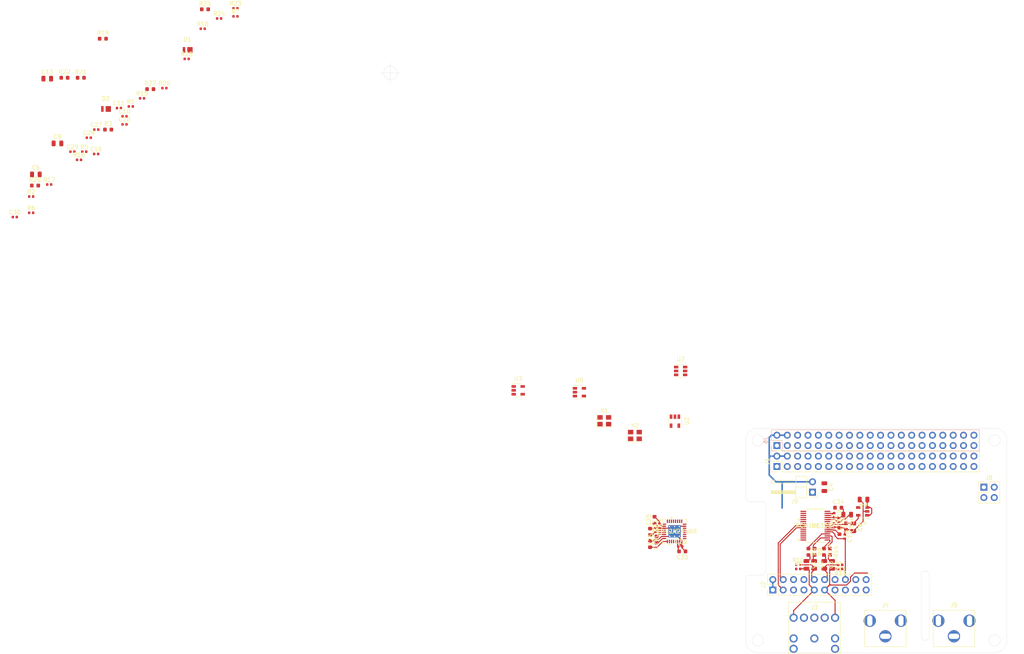
<source format=kicad_pcb>
(kicad_pcb (version 20171130) (host pcbnew 5.1.7-a382d34a8~87~ubuntu18.04.1)
  (layers (0 F.Cu signal) (31 B.Cu signal) (34 B.Paste user) (35 F.Paste user) (36 B.SilkS user) (37 F.SilkS user) (38 B.Mask user) (39 F.Mask user) (44 Edge.Cuts user))
  (net 0 "")
  (net 1 inr+)
  (net 2 "Net-(C1-Pad1)")
  (net 3 "Net-(C2-Pad1)")
  (net 4 inr-)
  (net 5 "Net-(C3-Pad1)")
  (net 6 inl-)
  (net 7 5v)
  (net 8 GND)
  (net 9 DVDD)
  (net 10 inl+)
  (net 11 "Net-(C6-Pad1)")
  (net 12 AVDD2)
  (net 13 outl+)
  (net 14 outl-)
  (net 15 "Net-(C12-Pad1)")
  (net 16 AVDD)
  (net 17 "Net-(C14-Pad2)")
  (net 18 micbias)
  (net 19 outr-)
  (net 20 outr+)
  (net 21 "Net-(C24-Pad2)")
  (net 22 "Net-(C25-Pad2)")
  (net 23 "Net-(C26-Pad1)")
  (net 24 "Net-(C26-Pad2)")
  (net 25 "Net-(D1-Pad2)")
  (net 26 "Net-(D1-Pad1)")
  (net 27 "Net-(D2-Pad1)")
  (net 28 "Net-(D2-Pad2)")
  (net 29 "Net-(J1-Pad1)")
  (net 30 sda)
  (net 31 scl)
  (net 32 "Net-(J1-Pad7)")
  (net 33 gpio14)
  (net 34 gpio15)
  (net 35 "Net-(J1-Pad11)")
  (net 36 "Net-(J1-Pad12)")
  (net 37 "Net-(J1-Pad13)")
  (net 38 "Net-(J1-Pad15)")
  (net 39 "Net-(J1-Pad16)")
  (net 40 "Net-(J1-Pad17)")
  (net 41 "Net-(J1-Pad18)")
  (net 42 "Net-(J1-Pad19)")
  (net 43 "Net-(J1-Pad21)")
  (net 44 "Net-(J1-Pad22)")
  (net 45 "Net-(J1-Pad23)")
  (net 46 "Net-(J1-Pad24)")
  (net 47 "Net-(J1-Pad26)")
  (net 48 ID_SD)
  (net 49 ID_SC)
  (net 50 "Net-(J1-Pad29)")
  (net 51 "Net-(J1-Pad31)")
  (net 52 "Net-(J1-Pad32)")
  (net 53 "Net-(J1-Pad33)")
  (net 54 "Net-(J1-Pad35)")
  (net 55 "Net-(J1-Pad36)")
  (net 56 "Net-(J1-Pad37)")
  (net 57 "Net-(J1-Pad38)")
  (net 58 "Net-(J1-Pad40)")
  (net 59 "Net-(J2-Pad15)")
  (net 60 "Net-(J3-PadSN)")
  (net 61 "Net-(J8-Pad1)")
  (net 62 "Net-(J8-Pad2)")
  (net 63 "Net-(J8-Pad3)")
  (net 64 "Net-(J8-Pad4)")
  (net 65 "Net-(R1-Pad1)")
  (net 66 "Net-(R3-Pad1)")
  (net 67 "Net-(R4-Pad1)")
  (net 68 "Net-(R28-Pad2)")
  (net 69 "Net-(R9-Pad1)")
  (net 70 "Net-(R12-Pad1)")
  (net 71 "Net-(R14-Pad1)")
  (net 72 "Net-(R15-Pad1)")
  (net 73 "Net-(R16-Pad1)")
  (net 74 "Net-(R17-Pad1)")
  (net 75 "Net-(R18-Pad1)")
  (net 76 "Net-(R21-Pad2)")
  (net 77 "Net-(R21-Pad1)")
  (net 78 "Net-(R22-Pad1)")
  (net 79 "Net-(R23-Pad1)")
  (net 80 "Net-(R24-Pad1)")
  (net 81 "Net-(R25-Pad2)")
  (net 82 "Net-(R27-Pad1)")
  (net 83 "Net-(R27-Pad2)")
  (net 84 "Net-(U1-Pad9)")
  (net 85 "Net-(U1-Pad10)")
  (net 86 "Net-(U1-Pad19)")
  (net 87 "Net-(U1-Pad21)")
  (net 88 "Net-(U1-Pad27)")
  (net 89 "Net-(U1-Pad28)")
  (net 90 "Net-(U1-Pad29)")
  (net 91 "Net-(U1-Pad30)")
  (net 92 "Net-(U3-Pad4)")
  (net 93 "Net-(U4-Pad4)")
  (net 94 "Net-(U5-Pad4)")
  (net 95 "Net-(U6-Pad19)")
  (net 96 DIN)
  (net 97 "Net-(U6-Pad29)")
  (net 98 "Net-(U6-Pad30)")
  (net 99 "Net-(J3-PadT)")
  (module Capacitor_SMD:C_0402_1005Metric (layer F.Cu) (at 74.9 121.9 270)
    (fp_text reference C18 (at 0 -1.17 90) (layer F.SilkS))
    (fp_text value 100nF25V)
    (pad 2 smd roundrect (at 0.485 0 270) (size 0.59 0.64) (layers F.Cu F.Paste F.Mask) (net 9 DVDD))
    (pad 1 smd roundrect (at -0.485 0 270) (size 0.59 0.64) (layers F.Cu F.Paste F.Mask) (net 8 GND))
  )
  (module pcm5242:PCM5242RHBR (layer F.Cu) (at 79.6 122.3)
    (fp_text reference U6 (at 0 0) (layer F.SilkS))
    (fp_text value PCM5242RHBR (at 0 0) (layer F.SilkS))
    (fp_text user * (at -3.535 -2.381) (layer F.SilkS))
    (fp_text user * (at -3.535 -2.381) (layer F.SilkS))
    (pad 1 smd rect (at -2.474999 -1.749999 90) (size 0.28 0.85) (layers F.Cu F.Paste F.Mask) (net 65 "Net-(R1-Pad1)"))
    (pad 2 smd rect (at -2.474999 -1.25 90) (size 0.28 0.85) (layers F.Cu F.Paste F.Mask) (net 22 "Net-(C25-Pad2)"))
    (pad 3 smd rect (at -2.474999 -0.750001 90) (size 0.28 0.85) (layers F.Cu F.Paste F.Mask) (net 8 GND))
    (pad 4 smd rect (at -2.474999 -0.25 90) (size 0.28 0.85) (layers F.Cu F.Paste F.Mask) (net 9 DVDD))
    (pad 5 smd rect (at -2.474999 0.25 90) (size 0.28 0.85) (layers F.Cu F.Paste F.Mask) (net 9 DVDD))
    (pad 6 smd rect (at -2.474999 0.750001 90) (size 0.28 0.85) (layers F.Cu F.Paste F.Mask) (net 24 "Net-(C26-Pad2)"))
    (pad 7 smd rect (at -2.474999 1.25 90) (size 0.28 0.85) (layers F.Cu F.Paste F.Mask) (net 8 GND))
    (pad 8 smd rect (at -2.474999 1.749999 90) (size 0.28 0.85) (layers F.Cu F.Paste F.Mask) (net 23 "Net-(C26-Pad1)"))
    (pad 9 smd rect (at -1.750441 2.474999) (size 0.28 0.85) (layers F.Cu F.Paste F.Mask) (net 21 "Net-(C24-Pad2)"))
    (pad 10 smd rect (at -1.250315 2.474999) (size 0.28 0.85) (layers F.Cu F.Paste F.Mask) (net 72 "Net-(R15-Pad1)"))
    (pad 11 smd rect (at -0.750189 2.474999) (size 0.28 0.85) (layers F.Cu F.Paste F.Mask) (net 73 "Net-(R16-Pad1)"))
    (pad 12 smd rect (at -0.250063 2.474999) (size 0.28 0.85) (layers F.Cu F.Paste F.Mask) (net 74 "Net-(R17-Pad1)"))
    (pad 13 smd rect (at 0.250063 2.474999) (size 0.28 0.85) (layers F.Cu F.Paste F.Mask) (net 75 "Net-(R18-Pad1)"))
    (pad 14 smd rect (at 0.750189 2.474999) (size 0.28 0.85) (layers F.Cu F.Paste F.Mask) (net 16 AVDD))
    (pad 15 smd rect (at 1.250315 2.474999) (size 0.28 0.85) (layers F.Cu F.Paste F.Mask) (net 8 GND))
    (pad 16 smd rect (at 1.750441 2.474999) (size 0.28 0.85) (layers F.Cu F.Paste F.Mask) (net 8 GND))
    (pad 17 smd rect (at 2.474999 1.749999 90) (size 0.28 0.85) (layers F.Cu F.Paste F.Mask) (net 30 sda))
    (pad 18 smd rect (at 2.474999 1.25 90) (size 0.28 0.85) (layers F.Cu F.Paste F.Mask) (net 31 scl))
    (pad 19 smd rect (at 2.474999 0.750001 90) (size 0.28 0.85) (layers F.Cu F.Paste F.Mask) (net 95 "Net-(U6-Pad19)"))
    (pad 20 smd rect (at 2.474999 0.25 90) (size 0.28 0.85) (layers F.Cu F.Paste F.Mask) (net 28 "Net-(D2-Pad2)"))
    (pad 21 smd rect (at 2.474999 -0.25 90) (size 0.28 0.85) (layers F.Cu F.Paste F.Mask) (net 79 "Net-(R23-Pad1)"))
    (pad 22 smd rect (at 2.474999 -0.750001 90) (size 0.28 0.85) (layers F.Cu F.Paste F.Mask) (net 8 GND))
    (pad 23 smd rect (at 2.474999 -1.25 90) (size 0.28 0.85) (layers F.Cu F.Paste F.Mask) (net 8 GND))
    (pad 24 smd rect (at 2.474999 -1.749999 90) (size 0.28 0.85) (layers F.Cu F.Paste F.Mask) (net 65 "Net-(R1-Pad1)"))
    (pad 25 smd rect (at 1.750441 -2.474999) (size 0.28 0.85) (layers F.Cu F.Paste F.Mask) (net 80 "Net-(R24-Pad1)"))
    (pad 26 smd rect (at 1.250315 -2.474999) (size 0.28 0.85) (layers F.Cu F.Paste F.Mask) (net 76 "Net-(R21-Pad2)"))
    (pad 27 smd rect (at 0.750189 -2.474999) (size 0.28 0.85) (layers F.Cu F.Paste F.Mask) (net 83 "Net-(R27-Pad2)"))
    (pad 28 smd rect (at 0.250063 -2.474999) (size 0.28 0.85) (layers F.Cu F.Paste F.Mask) (net 96 DIN))
    (pad 29 smd rect (at -0.250063 -2.474999) (size 0.28 0.85) (layers F.Cu F.Paste F.Mask) (net 97 "Net-(U6-Pad29)"))
    (pad 30 smd rect (at -0.750189 -2.474999) (size 0.28 0.85) (layers F.Cu F.Paste F.Mask) (net 98 "Net-(U6-Pad30)"))
    (pad 31 smd rect (at -1.250315 -2.474999) (size 0.28 0.85) (layers F.Cu F.Paste F.Mask) (net 81 "Net-(R25-Pad2)"))
    (pad 32 smd rect (at -1.750441 -2.474999) (size 0.28 0.85) (layers F.Cu F.Paste F.Mask) (net 65 "Net-(R1-Pad1)"))
    (pad 33 thru_hole rect (at 0 0) (size 3 3) (drill 0.5) (layers *.Cu *.Mask) (net 8 GND))
  )
  (module Connector_PinHeader_2.54mm:PinHeader_2x10_P2.54mm_Vertical (layer F.Cu) (at 103.68 136.65 90)
    (fp_text reference J2 (at 1.27 -2.33 90) (layer F.SilkS))
    (fp_text value Conn_02x10_Odd_Even)
    (pad 1 thru_hole rect (at 0 0 90) (size 1.7 1.7) (drill 1) (layers *.Cu *.Mask) (net 7 5v))
    (pad 2 thru_hole oval (at 2.54 0 90) (size 1.7 1.7) (drill 1) (layers *.Cu *.Mask) (net 7 5v))
    (pad 3 thru_hole oval (at 0 2.54 90) (size 1.7 1.7) (drill 1) (layers *.Cu *.Mask) (net 30 sda))
    (pad 4 thru_hole oval (at 2.54 2.54 90) (size 1.7 1.7) (drill 1) (layers *.Cu *.Mask) (net 31 scl))
    (pad 5 thru_hole oval (at 0 5.08 90) (size 1.7 1.7) (drill 1) (layers *.Cu *.Mask) (net 33 gpio14))
    (pad 6 thru_hole oval (at 2.54 5.08 90) (size 1.7 1.7) (drill 1) (layers *.Cu *.Mask) (net 34 gpio15))
    (pad 7 thru_hole oval (at 0 7.62 90) (size 1.7 1.7) (drill 1) (layers *.Cu *.Mask) (net 8 GND))
    (pad 8 thru_hole oval (at 2.54 7.62 90) (size 1.7 1.7) (drill 1) (layers *.Cu *.Mask) (net 8 GND))
    (pad 9 thru_hole oval (at 0 10.16 90) (size 1.7 1.7) (drill 1) (layers *.Cu *.Mask) (net 1 inr+))
    (pad 10 thru_hole oval (at 2.54 10.16 90) (size 1.7 1.7) (drill 1) (layers *.Cu *.Mask) (net 4 inr-))
    (pad 11 thru_hole oval (at 0 12.7 90) (size 1.7 1.7) (drill 1) (layers *.Cu *.Mask) (net 10 inl+))
    (pad 12 thru_hole oval (at 2.54 12.7 90) (size 1.7 1.7) (drill 1) (layers *.Cu *.Mask) (net 6 inl-))
    (pad 13 thru_hole oval (at 0 15.24 90) (size 1.7 1.7) (drill 1) (layers *.Cu *.Mask) (net 8 GND))
    (pad 14 thru_hole oval (at 2.54 15.24 90) (size 1.7 1.7) (drill 1) (layers *.Cu *.Mask) (net 8 GND))
    (pad 15 thru_hole oval (at 0 17.78 90) (size 1.7 1.7) (drill 1) (layers *.Cu *.Mask) (net 59 "Net-(J2-Pad15)"))
    (pad 16 thru_hole oval (at 2.54 17.78 90) (size 1.7 1.7) (drill 1) (layers *.Cu *.Mask) (net 18 micbias))
    (pad 17 thru_hole oval (at 0 20.32 90) (size 1.7 1.7) (drill 1) (layers *.Cu *.Mask) (net 20 outr+))
    (pad 18 thru_hole oval (at 2.54 20.32 90) (size 1.7 1.7) (drill 1) (layers *.Cu *.Mask) (net 19 outr-))
    (pad 19 thru_hole oval (at 0 22.86 90) (size 1.7 1.7) (drill 1) (layers *.Cu *.Mask) (net 13 outl+))
    (pad 20 thru_hole oval (at 2.54 22.86 90) (size 1.7 1.7) (drill 1) (layers *.Cu *.Mask) (net 14 outl-))
  )
  (module zynthiandac:conn_audio5 (layer F.Cu) (at 113.85 143.45)
    (fp_text reference J3 (at 0 -2.54) (layer F.SilkS))
    (fp_text value AudioJack2_Ground_Switch)
    (pad G thru_hole circle (at 0 5.08 90) (size 2 2) (drill 1.28) (layers *.Cu *.Mask) (net 8 GND))
    (pad SN thru_hole circle (at -2.54 0 90) (size 2 2) (drill 1.28) (layers *.Cu *.Mask) (net 60 "Net-(J3-PadSN)"))
    (pad S thru_hole circle (at -5.08 0 90) (size 2 2) (drill 1.28) (layers *.Cu *.Mask) (net 1 inr+))
    (pad T thru_hole circle (at 2.54 0 90) (size 2 2) (drill 1.28) (layers *.Cu *.Mask) (net 99 "Net-(J3-PadT)"))
    (pad TN thru_hole circle (at 5.08 0 90) (size 2 2) (drill 1.28) (layers *.Cu *.Mask) (net 10 inl+))
    (pad 1 thru_hole circle (at 0 0) (size 2 2) (drill 1.28) (layers *.Cu))
    (pad 2 thru_hole circle (at 5.08 5.08) (size 2 2) (drill 1.28) (layers *.Cu))
    (pad 3 thru_hole circle (at 5.08 7.62) (size 2 2) (drill 1.28) (layers *.Cu))
    (pad 4 thru_hole circle (at -5.08 5.08) (size 2 2) (drill 1.28) (layers *.Cu))
    (pad 5 thru_hole circle (at -5.08 7.62) (size 2 2) (drill 1.28) (layers *.Cu))
  )
  (module Package_TO_SOT_SMD:SOT-23-5 (layer F.Cu) (at 125.7 117.4 180)
    (fp_text reference U4 (at 0 -2.9) (layer F.SilkS))
    (fp_text value ncp163)
    (pad 1 smd rect (at -1.1 -0.95 180) (size 1.06 0.65) (layers F.Cu F.Paste F.Mask) (net 7 5v))
    (pad 2 smd rect (at -1.1 0 180) (size 1.06 0.65) (layers F.Cu F.Paste F.Mask) (net 8 GND))
    (pad 3 smd rect (at -1.1 0.95 180) (size 1.06 0.65) (layers F.Cu F.Paste F.Mask) (net 7 5v))
    (pad 4 smd rect (at 1.1 0.95 180) (size 1.06 0.65) (layers F.Cu F.Paste F.Mask) (net 93 "Net-(U4-Pad4)"))
    (pad 5 smd rect (at 1.1 -0.95 180) (size 1.06 0.65) (layers F.Cu F.Paste F.Mask) (net 12 AVDD2))
  )
  (module Capacitor_SMD:C_0805_2012Metric (layer F.Cu) (at 125.9 114.5 180)
    (fp_text reference C7 (at 0 -1.65) (layer F.SilkS))
    (fp_text value 10uf16v)
    (pad 2 smd roundrect (at 0.9375 0 180) (size 0.975 1.4) (layers F.Cu F.Paste F.Mask) (net 8 GND))
    (pad 1 smd roundrect (at -0.9375 0 180) (size 0.975 1.4) (layers F.Cu F.Paste F.Mask) (net 7 5v))
  )
  (module Capacitor_SMD:C_0805_2012Metric (layer F.Cu) (at 111.9 130.5 270)
    (fp_text reference C1 (at 0 -1.65 90) (layer F.SilkS))
    (fp_text value 10uf16v)
    (pad 2 smd roundrect (at 0.9375 0 270) (size 0.975 1.4) (layers F.Cu F.Paste F.Mask) (net 1 inr+))
    (pad 1 smd roundrect (at -0.9375 0 270) (size 0.975 1.4) (layers F.Cu F.Paste F.Mask) (net 2 "Net-(C1-Pad1)"))
  )
  (module Capacitor_SMD:C_0805_2012Metric (layer F.Cu) (at 113.8 130.5 270)
    (fp_text reference C2 (at 0 -1.65 90) (layer F.SilkS))
    (fp_text value 10uf16v)
    (pad 1 smd roundrect (at -0.9375 0 270) (size 0.975 1.4) (layers F.Cu F.Paste F.Mask) (net 3 "Net-(C2-Pad1)"))
    (pad 2 smd roundrect (at 0.9375 0 270) (size 0.975 1.4) (layers F.Cu F.Paste F.Mask) (net 4 inr-))
  )
  (module Capacitor_SMD:C_0805_2012Metric (layer F.Cu) (at 116.3 130.5 270)
    (fp_text reference C3 (at 0 -1.65 90) (layer F.SilkS))
    (fp_text value 10uf16v)
    (pad 1 smd roundrect (at -0.9375 0 270) (size 0.975 1.4) (layers F.Cu F.Paste F.Mask) (net 5 "Net-(C3-Pad1)"))
    (pad 2 smd roundrect (at 0.9375 0 270) (size 0.975 1.4) (layers F.Cu F.Paste F.Mask) (net 6 inl-))
  )
  (module Capacitor_SMD:C_0805_2012Metric (layer F.Cu) (at 116.3 111.4625 270)
    (fp_text reference C4 (at 0 -1.65 90) (layer F.SilkS))
    (fp_text value 10uf16v)
    (pad 1 smd roundrect (at -0.9375 0 270) (size 0.975 1.4) (layers F.Cu F.Paste F.Mask) (net 7 5v))
    (pad 2 smd roundrect (at 0.9375 0 270) (size 0.975 1.4) (layers F.Cu F.Paste F.Mask) (net 8 GND))
  )
  (module Capacitor_SMD:C_0805_2012Metric (layer F.Cu) (at -76.854999 34.855001)
    (fp_text reference C5 (at 0 -1.65) (layer F.SilkS))
    (fp_text value 10uf16v)
    (pad 2 smd roundrect (at 0.9375 0) (size 0.975 1.4) (layers F.Cu F.Paste F.Mask) (net 8 GND))
    (pad 1 smd roundrect (at -0.9375 0) (size 0.975 1.4) (layers F.Cu F.Paste F.Mask) (net 9 DVDD))
  )
  (module Capacitor_SMD:C_0805_2012Metric (layer F.Cu) (at 118.2 130.5 270)
    (fp_text reference C6 (at 0 -1.65 90) (layer F.SilkS))
    (fp_text value 10uf16v)
    (pad 2 smd roundrect (at 0.9375 0 270) (size 0.975 1.4) (layers F.Cu F.Paste F.Mask) (net 10 inl+))
    (pad 1 smd roundrect (at -0.9375 0 270) (size 0.975 1.4) (layers F.Cu F.Paste F.Mask) (net 11 "Net-(C6-Pad1)"))
  )
  (module Capacitor_SMD:C_0805_2012Metric (layer F.Cu) (at 123.4 121.3 270)
    (fp_text reference C8 (at 0 -1.65 90) (layer F.SilkS))
    (fp_text value 10uf16v)
    (pad 1 smd roundrect (at -0.9375 0 270) (size 0.975 1.4) (layers F.Cu F.Paste F.Mask) (net 12 AVDD2))
    (pad 2 smd roundrect (at 0.9375 0 270) (size 0.975 1.4) (layers F.Cu F.Paste F.Mask) (net 8 GND))
  )
  (module Capacitor_SMD:C_0805_2012Metric (layer F.Cu) (at -71.564999 27.255001)
    (fp_text reference C9 (at 0 -1.65) (layer F.SilkS))
    (fp_text value 10uf16v)
    (pad 1 smd roundrect (at -0.9375 0) (size 0.975 1.4) (layers F.Cu F.Paste F.Mask) (net 7 5v))
    (pad 2 smd roundrect (at 0.9375 0) (size 0.975 1.4) (layers F.Cu F.Paste F.Mask) (net 8 GND))
  )
  (module Capacitor_SMD:C_0402_1005Metric (layer F.Cu) (at -55.134999 20.605001)
    (fp_text reference C10 (at 0 -1.17) (layer F.SilkS))
    (fp_text value 2,2nf50v)
    (pad 2 smd roundrect (at 0.485 0) (size 0.59 0.64) (layers F.Cu F.Paste F.Mask) (net 8 GND))
    (pad 1 smd roundrect (at -0.485 0) (size 0.59 0.64) (layers F.Cu F.Paste F.Mask) (net 13 outl+))
  )
  (module Capacitor_SMD:C_0402_1005Metric (layer F.Cu) (at -56.504999 18.615001)
    (fp_text reference C11 (at 0 -1.17) (layer F.SilkS))
    (fp_text value 2,2nf50v)
    (pad 1 smd roundrect (at -0.485 0) (size 0.59 0.64) (layers F.Cu F.Paste F.Mask) (net 14 outl-))
    (pad 2 smd roundrect (at 0.485 0) (size 0.59 0.64) (layers F.Cu F.Paste F.Mask) (net 8 GND))
  )
  (module Capacitor_SMD:C_0402_1005Metric (layer F.Cu) (at 119.7 119.5 90)
    (fp_text reference C12 (at 0 -1.17 90) (layer F.SilkS))
    (fp_text value 100nf25v)
    (pad 1 smd roundrect (at -0.485 0 90) (size 0.59 0.64) (layers F.Cu F.Paste F.Mask) (net 15 "Net-(C12-Pad1)"))
    (pad 2 smd roundrect (at 0.485 0 90) (size 0.59 0.64) (layers F.Cu F.Paste F.Mask) (net 8 GND))
  )
  (module Capacitor_SMD:C_0805_2012Metric (layer F.Cu) (at -74.064999 11.395001)
    (fp_text reference C13 (at 0 -1.65) (layer F.SilkS))
    (fp_text value 10uf16v)
    (pad 2 smd roundrect (at 0.9375 0) (size 0.975 1.4) (layers F.Cu F.Paste F.Mask) (net 8 GND))
    (pad 1 smd roundrect (at -0.9375 0) (size 0.975 1.4) (layers F.Cu F.Paste F.Mask) (net 16 AVDD))
  )
  (module Capacitor_SMD:C_0603_1608Metric (layer F.Cu) (at 120 122.2 270)
    (fp_text reference C14 (at 0 -1.43 90) (layer F.SilkS))
    (fp_text value 1uf16v)
    (pad 2 smd roundrect (at 0.7875 0 270) (size 0.875 0.95) (layers F.Cu F.Paste F.Mask) (net 17 "Net-(C14-Pad2)"))
    (pad 1 smd roundrect (at -0.7875 0 270) (size 0.875 0.95) (layers F.Cu F.Paste F.Mask) (net 8 GND))
  )
  (module Capacitor_SMD:C_0402_1005Metric (layer F.Cu) (at 121.3 123.6 270)
    (fp_text reference C15 (at 0 -1.17 90) (layer F.SilkS))
    (fp_text value 100nf25V)
    (pad 2 smd roundrect (at 0.485 0 270) (size 0.59 0.64) (layers F.Cu F.Paste F.Mask) (net 18 micbias))
    (pad 1 smd roundrect (at -0.485 0 270) (size 0.59 0.64) (layers F.Cu F.Paste F.Mask) (net 8 GND))
  )
  (module Capacitor_SMD:C_0402_1005Metric (layer F.Cu) (at -62.084999 29.845001)
    (fp_text reference C16 (at 0 -1.17) (layer F.SilkS))
    (fp_text value 2,2nf50v)
    (pad 2 smd roundrect (at 0.485 0) (size 0.59 0.64) (layers F.Cu F.Paste F.Mask) (net 8 GND))
    (pad 1 smd roundrect (at -0.485 0) (size 0.59 0.64) (layers F.Cu F.Paste F.Mask) (net 19 outr-))
  )
  (module Capacitor_SMD:C_0805_2012Metric (layer F.Cu) (at 121.9 118.2 180)
    (fp_text reference C17 (at 0 -1.65) (layer F.SilkS))
    (fp_text value 10uf16v)
    (pad 1 smd roundrect (at -0.9375 0 180) (size 0.975 1.4) (layers F.Cu F.Paste F.Mask) (net 15 "Net-(C12-Pad1)"))
    (pad 2 smd roundrect (at 0.9375 0 180) (size 0.975 1.4) (layers F.Cu F.Paste F.Mask) (net 8 GND))
  )
  (module Capacitor_SMD:C_0402_1005Metric (layer F.Cu) (at 118.7 118.3 270)
    (fp_text reference C19 (at 0 -1.17 90) (layer F.SilkS))
    (fp_text value 100nf16v)
    (pad 1 smd roundrect (at -0.485 0 270) (size 0.59 0.64) (layers F.Cu F.Paste F.Mask) (net 9 DVDD))
    (pad 2 smd roundrect (at 0.485 0 270) (size 0.59 0.64) (layers F.Cu F.Paste F.Mask) (net 8 GND))
  )
  (module Capacitor_SMD:C_0402_1005Metric (layer F.Cu) (at -55.134999 22.595001)
    (fp_text reference C20 (at 0 -1.17) (layer F.SilkS))
    (fp_text value 2,2nf50v)
    (pad 2 smd roundrect (at 0.485 0) (size 0.59 0.64) (layers F.Cu F.Paste F.Mask) (net 8 GND))
    (pad 1 smd roundrect (at -0.485 0) (size 0.59 0.64) (layers F.Cu F.Paste F.Mask) (net 20 outr+))
  )
  (module Capacitor_SMD:C_0402_1005Metric (layer F.Cu) (at 118.7 120.8 270)
    (fp_text reference C21 (at 0 -1.17 90) (layer F.SilkS))
    (fp_text value 100nf25v)
    (pad 1 smd roundrect (at -0.485 0 270) (size 0.59 0.64) (layers F.Cu F.Paste F.Mask) (net 12 AVDD2))
    (pad 2 smd roundrect (at 0.485 0 270) (size 0.59 0.64) (layers F.Cu F.Paste F.Mask) (net 8 GND))
  )
  (module Capacitor_SMD:C_0603_1608Metric (layer F.Cu) (at 73.6 122.4 270)
    (fp_text reference C22 (at 0 -1.43 90) (layer F.SilkS))
    (fp_text value 1uf16V)
    (pad 1 smd roundrect (at -0.7875 0 270) (size 0.875 0.95) (layers F.Cu F.Paste F.Mask) (net 8 GND))
    (pad 2 smd roundrect (at 0.7875 0 270) (size 0.875 0.95) (layers F.Cu F.Paste F.Mask) (net 9 DVDD))
  )
  (module Capacitor_SMD:C_0402_1005Metric (layer F.Cu) (at 81 126)
    (fp_text reference C23 (at 0 -1.17) (layer F.SilkS))
    (fp_text value 100nf16v)
    (pad 1 smd roundrect (at -0.485 0) (size 0.59 0.64) (layers F.Cu F.Paste F.Mask) (net 16 AVDD))
    (pad 2 smd roundrect (at 0.485 0) (size 0.59 0.64) (layers F.Cu F.Paste F.Mask) (net 8 GND))
  )
  (module Capacitor_SMD:C_0603_1608Metric (layer F.Cu) (at 73.6 125.4 270)
    (fp_text reference C24 (at 0 -1.43 90) (layer F.SilkS))
    (fp_text value "1uf 16v")
    (pad 2 smd roundrect (at 0.7875 0 270) (size 0.875 0.95) (layers F.Cu F.Paste F.Mask) (net 21 "Net-(C24-Pad2)"))
    (pad 1 smd roundrect (at -0.7875 0 270) (size 0.875 0.95) (layers F.Cu F.Paste F.Mask) (net 8 GND))
  )
  (module Capacitor_SMD:C_0603_1608Metric (layer F.Cu) (at 74.7 119.5 90)
    (fp_text reference C25 (at 0 -1.43 90) (layer F.SilkS))
    (fp_text value 1uf16v)
    (pad 1 smd roundrect (at -0.7875 0 90) (size 0.875 0.95) (layers F.Cu F.Paste F.Mask) (net 8 GND))
    (pad 2 smd roundrect (at 0.7875 0 90) (size 0.875 0.95) (layers F.Cu F.Paste F.Mask) (net 22 "Net-(C25-Pad2)"))
  )
  (module Capacitor_SMD:C_0603_1608Metric (layer F.Cu) (at 75.2 124.3 90)
    (fp_text reference C26 (at 0 -1.43 90) (layer F.SilkS))
    (fp_text value "1uf 16v")
    (pad 1 smd roundrect (at -0.7875 0 90) (size 0.875 0.95) (layers F.Cu F.Paste F.Mask) (net 23 "Net-(C26-Pad1)"))
    (pad 2 smd roundrect (at 0.7875 0 90) (size 0.875 0.95) (layers F.Cu F.Paste F.Mask) (net 24 "Net-(C26-Pad2)"))
  )
  (module Capacitor_SMD:C_0402_1005Metric (layer F.Cu) (at -62.054999 23.875001)
    (fp_text reference C27 (at 0 -1.17) (layer F.SilkS))
    (fp_text value 100NF25V)
    (pad 1 smd roundrect (at -0.485 0) (size 0.59 0.64) (layers F.Cu F.Paste F.Mask) (net 8 GND))
    (pad 2 smd roundrect (at 0.485 0) (size 0.59 0.64) (layers F.Cu F.Paste F.Mask) (net 9 DVDD))
  )
  (module Capacitor_SMD:C_0402_1005Metric (layer F.Cu) (at -63.894999 25.865001)
    (fp_text reference C28 (at 0 -1.17) (layer F.SilkS))
    (fp_text value 100nf25v)
    (pad 1 smd roundrect (at -0.485 0) (size 0.59 0.64) (layers F.Cu F.Paste F.Mask) (net 9 DVDD))
    (pad 2 smd roundrect (at 0.485 0) (size 0.59 0.64) (layers F.Cu F.Paste F.Mask) (net 8 GND))
  )
  (module Capacitor_SMD:C_0402_1005Metric (layer F.Cu) (at -67.904999 29.285001)
    (fp_text reference C29 (at 0 -1.17) (layer F.SilkS))
    (fp_text value 100nf25v)
    (pad 1 smd roundrect (at -0.485 0) (size 0.59 0.64) (layers F.Cu F.Paste F.Mask) (net 9 DVDD))
    (pad 2 smd roundrect (at 0.485 0) (size 0.59 0.64) (layers F.Cu F.Paste F.Mask) (net 8 GND))
  )
  (module Capacitor_SMD:C_0402_1005Metric (layer F.Cu) (at -82.014999 45.295001)
    (fp_text reference C30 (at 0 -1.17) (layer F.SilkS))
    (fp_text value 100nf25v)
    (pad 2 smd roundrect (at 0.485 0) (size 0.59 0.64) (layers F.Cu F.Paste F.Mask) (net 9 DVDD))
    (pad 1 smd roundrect (at -0.485 0) (size 0.59 0.64) (layers F.Cu F.Paste F.Mask) (net 8 GND))
  )
  (module Capacitor_SMD:C_0402_1005Metric (layer F.Cu) (at 75.9 120.9 90)
    (fp_text reference C31 (at 0 -1.17 90) (layer F.SilkS))
    (fp_text value 100nf25v)
    (pad 2 smd roundrect (at 0.485 0 90) (size 0.59 0.64) (layers F.Cu F.Paste F.Mask) (net 22 "Net-(C25-Pad2)"))
    (pad 1 smd roundrect (at -0.485 0 90) (size 0.59 0.64) (layers F.Cu F.Paste F.Mask) (net 8 GND))
  )
  (module Capacitor_SMD:C_0603_1608Metric (layer F.Cu) (at 81.5 127.2 180)
    (fp_text reference C33 (at 0 -1.43) (layer F.SilkS))
    (fp_text value 1uf16v)
    (pad 2 smd roundrect (at 0.7875 0 180) (size 0.875 0.95) (layers F.Cu F.Paste F.Mask) (net 16 AVDD))
    (pad 1 smd roundrect (at -0.7875 0 180) (size 0.875 0.95) (layers F.Cu F.Paste F.Mask) (net 8 GND))
  )
  (module Capacitor_SMD:C_0603_1608Metric (layer F.Cu) (at 119.7 116.5)
    (fp_text reference C34 (at 0 -1.43) (layer F.SilkS))
    (fp_text value 1uf16v)
    (pad 1 smd roundrect (at -0.7875 0) (size 0.875 0.95) (layers F.Cu F.Paste F.Mask) (net 9 DVDD))
    (pad 2 smd roundrect (at 0.7875 0) (size 0.875 0.95) (layers F.Cu F.Paste F.Mask) (net 8 GND))
  )
  (module Capacitor_SMD:C_0603_1608Metric (layer F.Cu) (at 121.6 121.1 270)
    (fp_text reference C35 (at 0 -1.43 90) (layer F.SilkS))
    (fp_text value 1uf16v)
    (pad 2 smd roundrect (at 0.7875 0 270) (size 0.875 0.95) (layers F.Cu F.Paste F.Mask) (net 8 GND))
    (pad 1 smd roundrect (at -0.7875 0 270) (size 0.875 0.95) (layers F.Cu F.Paste F.Mask) (net 12 AVDD2))
  )
  (module zynthiandac:led_0806 (layer F.Cu) (at -39.76 4.36)
    (fp_text reference D1 (at 0 -2.54) (layer F.SilkS))
    (fp_text value LED)
    (pad 2 smd rect (at -0.8 0) (size 0.6 1.4) (layers F.Cu F.Paste F.Mask) (net 25 "Net-(D1-Pad2)"))
    (pad 1 smd rect (at 0.65 0) (size 1.3 1.4) (layers F.Cu F.Paste F.Mask) (net 26 "Net-(D1-Pad1)"))
  )
  (module zynthiandac:led_0806 (layer F.Cu) (at -59.76 18.82)
    (fp_text reference D2 (at 0 -2.54) (layer F.SilkS))
    (fp_text value LED)
    (pad 1 smd rect (at 0.65 0) (size 1.3 1.4) (layers F.Cu F.Paste F.Mask) (net 27 "Net-(D2-Pad1)"))
    (pad 2 smd rect (at -0.8 0) (size 0.6 1.4) (layers F.Cu F.Paste F.Mask) (net 28 "Net-(D2-Pad2)"))
  )
  (module Connector_PinHeader_2.54mm:PinHeader_2x20_P2.54mm_Vertical (layer F.Cu) (at 104.68 106.4 90)
    (fp_text reference J1 (at 1.27 -2.33 90) (layer F.SilkS))
    (fp_text value Conn_2x20)
    (pad 1 thru_hole rect (at 0 0 90) (size 1.7 1.7) (drill 1) (layers *.Cu *.Mask) (net 29 "Net-(J1-Pad1)"))
    (pad 2 thru_hole oval (at 2.54 0 90) (size 1.7 1.7) (drill 1) (layers *.Cu *.Mask) (net 7 5v))
    (pad 3 thru_hole oval (at 0 2.54 90) (size 1.7 1.7) (drill 1) (layers *.Cu *.Mask) (net 30 sda))
    (pad 4 thru_hole oval (at 2.54 2.54 90) (size 1.7 1.7) (drill 1) (layers *.Cu *.Mask) (net 7 5v))
    (pad 5 thru_hole oval (at 0 5.08 90) (size 1.7 1.7) (drill 1) (layers *.Cu *.Mask) (net 31 scl))
    (pad 6 thru_hole oval (at 2.54 5.08 90) (size 1.7 1.7) (drill 1) (layers *.Cu *.Mask) (net 8 GND))
    (pad 7 thru_hole oval (at 0 7.62 90) (size 1.7 1.7) (drill 1) (layers *.Cu *.Mask) (net 32 "Net-(J1-Pad7)"))
    (pad 8 thru_hole oval (at 2.54 7.62 90) (size 1.7 1.7) (drill 1) (layers *.Cu *.Mask) (net 33 gpio14))
    (pad 9 thru_hole oval (at 0 10.16 90) (size 1.7 1.7) (drill 1) (layers *.Cu *.Mask) (net 8 GND))
    (pad 10 thru_hole oval (at 2.54 10.16 90) (size 1.7 1.7) (drill 1) (layers *.Cu *.Mask) (net 34 gpio15))
    (pad 11 thru_hole oval (at 0 12.7 90) (size 1.7 1.7) (drill 1) (layers *.Cu *.Mask) (net 35 "Net-(J1-Pad11)"))
    (pad 12 thru_hole oval (at 2.54 12.7 90) (size 1.7 1.7) (drill 1) (layers *.Cu *.Mask) (net 36 "Net-(J1-Pad12)"))
    (pad 13 thru_hole oval (at 0 15.24 90) (size 1.7 1.7) (drill 1) (layers *.Cu *.Mask) (net 37 "Net-(J1-Pad13)"))
    (pad 14 thru_hole oval (at 2.54 15.24 90) (size 1.7 1.7) (drill 1) (layers *.Cu *.Mask) (net 8 GND))
    (pad 15 thru_hole oval (at 0 17.78 90) (size 1.7 1.7) (drill 1) (layers *.Cu *.Mask) (net 38 "Net-(J1-Pad15)"))
    (pad 16 thru_hole oval (at 2.54 17.78 90) (size 1.7 1.7) (drill 1) (layers *.Cu *.Mask) (net 39 "Net-(J1-Pad16)"))
    (pad 17 thru_hole oval (at 0 20.32 90) (size 1.7 1.7) (drill 1) (layers *.Cu *.Mask) (net 40 "Net-(J1-Pad17)"))
    (pad 18 thru_hole oval (at 2.54 20.32 90) (size 1.7 1.7) (drill 1) (layers *.Cu *.Mask) (net 41 "Net-(J1-Pad18)"))
    (pad 19 thru_hole oval (at 0 22.86 90) (size 1.7 1.7) (drill 1) (layers *.Cu *.Mask) (net 42 "Net-(J1-Pad19)"))
    (pad 20 thru_hole oval (at 2.54 22.86 90) (size 1.7 1.7) (drill 1) (layers *.Cu *.Mask) (net 8 GND))
    (pad 21 thru_hole oval (at 0 25.4 90) (size 1.7 1.7) (drill 1) (layers *.Cu *.Mask) (net 43 "Net-(J1-Pad21)"))
    (pad 22 thru_hole oval (at 2.54 25.4 90) (size 1.7 1.7) (drill 1) (layers *.Cu *.Mask) (net 44 "Net-(J1-Pad22)"))
    (pad 23 thru_hole oval (at 0 27.94 90) (size 1.7 1.7) (drill 1) (layers *.Cu *.Mask) (net 45 "Net-(J1-Pad23)"))
    (pad 24 thru_hole oval (at 2.54 27.94 90) (size 1.7 1.7) (drill 1) (layers *.Cu *.Mask) (net 46 "Net-(J1-Pad24)"))
    (pad 25 thru_hole oval (at 0 30.48 90) (size 1.7 1.7) (drill 1) (layers *.Cu *.Mask) (net 8 GND))
    (pad 26 thru_hole oval (at 2.54 30.48 90) (size 1.7 1.7) (drill 1) (layers *.Cu *.Mask) (net 47 "Net-(J1-Pad26)"))
    (pad 27 thru_hole oval (at 0 33.02 90) (size 1.7 1.7) (drill 1) (layers *.Cu *.Mask) (net 48 ID_SD))
    (pad 28 thru_hole oval (at 2.54 33.02 90) (size 1.7 1.7) (drill 1) (layers *.Cu *.Mask) (net 49 ID_SC))
    (pad 29 thru_hole oval (at 0 35.56 90) (size 1.7 1.7) (drill 1) (layers *.Cu *.Mask) (net 50 "Net-(J1-Pad29)"))
    (pad 30 thru_hole oval (at 2.54 35.56 90) (size 1.7 1.7) (drill 1) (layers *.Cu *.Mask) (net 8 GND))
    (pad 31 thru_hole oval (at 0 38.1 90) (size 1.7 1.7) (drill 1) (layers *.Cu *.Mask) (net 51 "Net-(J1-Pad31)"))
    (pad 32 thru_hole oval (at 2.54 38.1 90) (size 1.7 1.7) (drill 1) (layers *.Cu *.Mask) (net 52 "Net-(J1-Pad32)"))
    (pad 33 thru_hole oval (at 0 40.64 90) (size 1.7 1.7) (drill 1) (layers *.Cu *.Mask) (net 53 "Net-(J1-Pad33)"))
    (pad 34 thru_hole oval (at 2.54 40.64 90) (size 1.7 1.7) (drill 1) (layers *.Cu *.Mask) (net 8 GND))
    (pad 35 thru_hole oval (at 0 43.18 90) (size 1.7 1.7) (drill 1) (layers *.Cu *.Mask) (net 54 "Net-(J1-Pad35)"))
    (pad 36 thru_hole oval (at 2.54 43.18 90) (size 1.7 1.7) (drill 1) (layers *.Cu *.Mask) (net 55 "Net-(J1-Pad36)"))
    (pad 37 thru_hole oval (at 0 45.72 90) (size 1.7 1.7) (drill 1) (layers *.Cu *.Mask) (net 56 "Net-(J1-Pad37)"))
    (pad 38 thru_hole oval (at 2.54 45.72 90) (size 1.7 1.7) (drill 1) (layers *.Cu *.Mask) (net 57 "Net-(J1-Pad38)"))
    (pad 39 thru_hole oval (at 0 48.26 90) (size 1.7 1.7) (drill 1) (layers *.Cu *.Mask) (net 8 GND))
    (pad 40 thru_hole oval (at 2.54 48.26 90) (size 1.7 1.7) (drill 1) (layers *.Cu *.Mask) (net 58 "Net-(J1-Pad40)"))
  )
  (module zynthiandac:conn_audio3 (layer F.Cu) (at 131.25 144.19)
    (fp_text reference J4 (at 0 -3.81) (layer F.SilkS))
    (fp_text value AudioJack2_Ground)
    (pad G thru_hole circle (at 0 3.81) (size 3 3) (drill oval 2.56 1.28) (layers *.Cu *.Mask) (net 8 GND))
    (pad S thru_hole circle (at -3.81 0 90) (size 3 3) (drill oval 2.56 1.28) (layers *.Cu *.Mask) (net 13 outl+))
    (pad T thru_hole circle (at 3.81 0 90) (size 3 3) (drill oval 2.56 1.28) (layers *.Cu *.Mask) (net 13 outl+))
  )
  (module zynthiandac:conn_audio3 (layer F.Cu) (at 148.05 144.19)
    (fp_text reference J5 (at 0 -3.81) (layer F.SilkS))
    (fp_text value AudioJack2_Ground)
    (pad T thru_hole circle (at 3.81 0 90) (size 3 3) (drill oval 2.56 1.28) (layers *.Cu *.Mask) (net 20 outr+))
    (pad S thru_hole circle (at -3.81 0 90) (size 3 3) (drill oval 2.56 1.28) (layers *.Cu *.Mask) (net 20 outr+))
    (pad G thru_hole circle (at 0 3.81) (size 3 3) (drill oval 2.56 1.28) (layers *.Cu *.Mask) (net 8 GND))
  )
  (module Connector_PinHeader_2.54mm:PinHeader_2x02_P2.54mm_Vertical (layer F.Cu) (at 155.38 111.48)
    (fp_text reference J8 (at 1.27 -2.33) (layer F.SilkS))
    (fp_text value Conn_02x02_Odd_Even)
    (pad 1 thru_hole rect (at 0 0) (size 1.7 1.7) (drill 1) (layers *.Cu *.Mask) (net 61 "Net-(J8-Pad1)"))
    (pad 2 thru_hole oval (at 2.54 0) (size 1.7 1.7) (drill 1) (layers *.Cu *.Mask) (net 62 "Net-(J8-Pad2)"))
    (pad 3 thru_hole oval (at 0 2.54) (size 1.7 1.7) (drill 1) (layers *.Cu *.Mask) (net 63 "Net-(J8-Pad3)"))
    (pad 4 thru_hole oval (at 2.54 2.54) (size 1.7 1.7) (drill 1) (layers *.Cu *.Mask) (net 64 "Net-(J8-Pad4)"))
  )
  (module Connector_PinHeader_2.54mm:PinHeader_1x02_P2.54mm_Horizontal (layer F.Cu) (at 113.4 112.7 180)
    (fp_text reference J9 (at 4.385 -2.27) (layer F.SilkS))
    (fp_text value Conn_01x02_Male)
    (pad 1 thru_hole rect (at 0 0 180) (size 1.7 1.7) (drill 1) (layers *.Cu *.Mask) (net 8 GND))
    (pad 2 thru_hole oval (at 0 2.54 180) (size 1.7 1.7) (drill 1) (layers *.Cu *.Mask) (net 7 5v))
  )
  (module Resistor_SMD:R_0402_1005Metric (layer F.Cu) (at -53.594999 18.205001)
    (fp_text reference R1 (at 0 -1.17) (layer F.SilkS))
    (fp_text value 10k)
    (pad 2 smd roundrect (at 0.485 0) (size 0.59 0.64) (layers F.Cu F.Paste F.Mask) (net 9 DVDD))
    (pad 1 smd roundrect (at -0.485 0) (size 0.59 0.64) (layers F.Cu F.Paste F.Mask) (net 65 "Net-(R1-Pad1)"))
  )
  (module Resistor_SMD:R_0402_1005Metric (layer F.Cu) (at -78.004999 40.275001)
    (fp_text reference R2 (at 0 -1.17) (layer F.SilkS))
    (fp_text value 3K8)
    (pad 1 smd roundrect (at -0.485 0) (size 0.59 0.64) (layers F.Cu F.Paste F.Mask) (net 8 GND))
    (pad 2 smd roundrect (at 0.485 0) (size 0.59 0.64) (layers F.Cu F.Paste F.Mask) (net 26 "Net-(D1-Pad1)"))
  )
  (module Resistor_SMD:R_0402_1005Metric (layer F.Cu) (at -64.994999 29.285001)
    (fp_text reference R5 (at 0 -1.17) (layer F.SilkS))
    (fp_text value 3K8)
    (pad 1 smd roundrect (at -0.485 0) (size 0.59 0.64) (layers F.Cu F.Paste F.Mask) (net 49 ID_SC))
    (pad 2 smd roundrect (at 0.485 0) (size 0.59 0.64) (layers F.Cu F.Paste F.Mask) (net 9 DVDD))
  )
  (module Resistor_SMD:R_0402_1005Metric (layer F.Cu) (at -78.004999 44.255001)
    (fp_text reference R6 (at 0 -1.17) (layer F.SilkS))
    (fp_text value 3K8)
    (pad 1 smd roundrect (at -0.485 0) (size 0.59 0.64) (layers F.Cu F.Paste F.Mask) (net 48 ID_SD))
    (pad 2 smd roundrect (at 0.485 0) (size 0.59 0.64) (layers F.Cu F.Paste F.Mask) (net 9 DVDD))
  )
  (module Resistor_SMD:R_0402_1005Metric (layer F.Cu) (at -27.954999 -3.864999)
    (fp_text reference R7 (at 0 -1.17) (layer F.SilkS))
    (fp_text value 3K8)
    (pad 2 smd roundrect (at 0.485 0) (size 0.59 0.64) (layers F.Cu F.Paste F.Mask) (net 8 GND))
    (pad 1 smd roundrect (at -0.485 0) (size 0.59 0.64) (layers F.Cu F.Paste F.Mask) (net 68 "Net-(R28-Pad2)"))
  )
  (module Resistor_SMD:R_0402_1005Metric (layer F.Cu) (at 109.9 131.5)
    (fp_text reference R8 (at 0 -1.17) (layer F.SilkS))
    (fp_text value 100K)
    (pad 2 smd roundrect (at 0.485 0) (size 0.59 0.64) (layers F.Cu F.Paste F.Mask) (net 1 inr+))
    (pad 1 smd roundrect (at -0.485 0) (size 0.59 0.64) (layers F.Cu F.Paste F.Mask) (net 8 GND))
  )
  (module Resistor_SMD:R_0402_1005Metric (layer F.Cu) (at 109.9 130.5)
    (fp_text reference R10 (at 0 -1.17) (layer F.SilkS))
    (fp_text value 100K)
    (pad 2 smd roundrect (at 0.485 0) (size 0.59 0.64) (layers F.Cu F.Paste F.Mask) (net 4 inr-))
    (pad 1 smd roundrect (at -0.485 0) (size 0.59 0.64) (layers F.Cu F.Paste F.Mask) (net 8 GND))
  )
  (module Resistor_SMD:R_0402_1005Metric (layer F.Cu) (at 120.2 130.5 180)
    (fp_text reference R11 (at 0 -1.17) (layer F.SilkS))
    (fp_text value 100K)
    (pad 1 smd roundrect (at -0.485 0 180) (size 0.59 0.64) (layers F.Cu F.Paste F.Mask) (net 8 GND))
    (pad 2 smd roundrect (at 0.485 0 180) (size 0.59 0.64) (layers F.Cu F.Paste F.Mask) (net 6 inl-))
  )
  (module Resistor_SMD:R_0402_1005Metric (layer F.Cu) (at 120.2 131.5 180)
    (fp_text reference R13 (at 0 -1.17) (layer F.SilkS))
    (fp_text value 100K)
    (pad 1 smd roundrect (at -0.485 0 180) (size 0.59 0.64) (layers F.Cu F.Paste F.Mask) (net 8 GND))
    (pad 2 smd roundrect (at 0.485 0 180) (size 0.59 0.64) (layers F.Cu F.Paste F.Mask) (net 10 inl+))
  )
  (module Resistor_SMD:R_0603_1608Metric (layer F.Cu) (at 117.7 127.3 270)
    (fp_text reference R14 (at 0 -1.43 90) (layer F.SilkS))
    (fp_text value 100R)
    (pad 2 smd roundrect (at 0.7875 0 270) (size 0.875 0.95) (layers F.Cu F.Paste F.Mask) (net 11 "Net-(C6-Pad1)"))
    (pad 1 smd roundrect (at -0.7875 0 270) (size 0.875 0.95) (layers F.Cu F.Paste F.Mask) (net 71 "Net-(R14-Pad1)"))
  )
  (module Resistor_SMD:R_0402_1005Metric (layer F.Cu) (at -50.844999 16.215001)
    (fp_text reference R15 (at 0 -1.17) (layer F.SilkS))
    (fp_text value 470R)
    (pad 1 smd roundrect (at -0.485 0) (size 0.59 0.64) (layers F.Cu F.Paste F.Mask) (net 72 "Net-(R15-Pad1)"))
    (pad 2 smd roundrect (at 0.485 0) (size 0.59 0.64) (layers F.Cu F.Paste F.Mask) (net 13 outl+))
  )
  (module Resistor_SMD:R_0402_1005Metric (layer F.Cu) (at -35.974999 -0.834999)
    (fp_text reference R16 (at 0 -1.17) (layer F.SilkS))
    (fp_text value 470R)
    (pad 2 smd roundrect (at 0.485 0) (size 0.59 0.64) (layers F.Cu F.Paste F.Mask) (net 14 outl-))
    (pad 1 smd roundrect (at -0.485 0) (size 0.59 0.64) (layers F.Cu F.Paste F.Mask) (net 73 "Net-(R16-Pad1)"))
  )
  (module Resistor_SMD:R_0402_1005Metric (layer F.Cu) (at -73.594999 37.325001)
    (fp_text reference R17 (at 0 -1.17) (layer F.SilkS))
    (fp_text value 470R)
    (pad 1 smd roundrect (at -0.485 0) (size 0.59 0.64) (layers F.Cu F.Paste F.Mask) (net 74 "Net-(R17-Pad1)"))
    (pad 2 smd roundrect (at 0.485 0) (size 0.59 0.64) (layers F.Cu F.Paste F.Mask) (net 19 outr-))
  )
  (module Resistor_SMD:R_0402_1005Metric (layer F.Cu) (at -66.274999 31.275001)
    (fp_text reference R18 (at 0 -1.17) (layer F.SilkS))
    (fp_text value 470R)
    (pad 2 smd roundrect (at 0.485 0) (size 0.59 0.64) (layers F.Cu F.Paste F.Mask) (net 20 outr+))
    (pad 1 smd roundrect (at -0.485 0) (size 0.59 0.64) (layers F.Cu F.Paste F.Mask) (net 75 "Net-(R18-Pad1)"))
  )
  (module Resistor_SMD:R_0603_1608Metric (layer F.Cu) (at -60.444999 1.605001)
    (fp_text reference R19 (at 0 -1.43) (layer F.SilkS))
    (fp_text value 100R)
    (pad 1 smd roundrect (at -0.7875 0) (size 0.875 0.95) (layers F.Cu F.Paste F.Mask) (net 61 "Net-(J8-Pad1)"))
    (pad 2 smd roundrect (at 0.7875 0) (size 0.875 0.95) (layers F.Cu F.Paste F.Mask) (net 58 "Net-(J1-Pad40)"))
  )
  (module Resistor_SMD:R_0402_1005Metric (layer F.Cu) (at -45.364999 13.705001)
    (fp_text reference R20 (at 0 -1.17) (layer F.SilkS))
    (fp_text value 3K8)
    (pad 2 smd roundrect (at 0.485 0) (size 0.59 0.64) (layers F.Cu F.Paste F.Mask) (net 27 "Net-(D2-Pad1)"))
    (pad 1 smd roundrect (at -0.485 0) (size 0.59 0.64) (layers F.Cu F.Paste F.Mask) (net 8 GND))
  )
  (module Resistor_SMD:R_0603_1608Metric (layer F.Cu) (at -65.844999 11.175001)
    (fp_text reference R21 (at 0 -1.43) (layer F.SilkS))
    (fp_text value 100R)
    (pad 2 smd roundrect (at 0.7875 0) (size 0.875 0.95) (layers F.Cu F.Paste F.Mask) (net 76 "Net-(R21-Pad2)"))
    (pad 1 smd roundrect (at -0.7875 0) (size 0.875 0.95) (layers F.Cu F.Paste F.Mask) (net 77 "Net-(R21-Pad1)"))
  )
  (module Resistor_SMD:R_0603_1608Metric (layer F.Cu) (at -69.854999 11.175001)
    (fp_text reference R22 (at 0 -1.43) (layer F.SilkS))
    (fp_text value 100R)
    (pad 1 smd roundrect (at -0.7875 0) (size 0.875 0.95) (layers F.Cu F.Paste F.Mask) (net 78 "Net-(R22-Pad1)"))
    (pad 2 smd roundrect (at 0.7875 0) (size 0.875 0.95) (layers F.Cu F.Paste F.Mask) (net 76 "Net-(R21-Pad2)"))
  )
  (module Resistor_SMD:R_0402_1005Metric (layer F.Cu) (at -27.954999 -5.854999)
    (fp_text reference R23 (at 0 -1.17) (layer F.SilkS))
    (fp_text value 10k)
    (pad 2 smd roundrect (at 0.485 0) (size 0.59 0.64) (layers F.Cu F.Paste F.Mask) (net 8 GND))
    (pad 1 smd roundrect (at -0.485 0) (size 0.59 0.64) (layers F.Cu F.Paste F.Mask) (net 79 "Net-(R23-Pad1)"))
  )
  (module Resistor_SMD:R_0402_1005Metric (layer F.Cu) (at -31.964999 -3.344999)
    (fp_text reference R24 (at 0 -1.17) (layer F.SilkS))
    (fp_text value 10k)
    (pad 1 smd roundrect (at -0.485 0) (size 0.59 0.64) (layers F.Cu F.Paste F.Mask) (net 80 "Net-(R24-Pad1)"))
    (pad 2 smd roundrect (at 0.485 0) (size 0.59 0.64) (layers F.Cu F.Paste F.Mask) (net 8 GND))
  )
  (module Resistor_SMD:R_0603_1608Metric (layer F.Cu) (at -35.424999 -5.594999)
    (fp_text reference R25 (at 0 -1.43) (layer F.SilkS))
    (fp_text value 100R)
    (pad 2 smd roundrect (at 0.7875 0) (size 0.875 0.95) (layers F.Cu F.Paste F.Mask) (net 81 "Net-(R25-Pad2)"))
    (pad 1 smd roundrect (at -0.7875 0) (size 0.875 0.95) (layers F.Cu F.Paste F.Mask) (net 54 "Net-(J1-Pad35)"))
  )
  (module Resistor_SMD:R_0603_1608Metric (layer F.Cu) (at -77.054999 37.585001)
    (fp_text reference R26 (at 0 -1.43) (layer F.SilkS))
    (fp_text value 100R)
    (pad 1 smd roundrect (at -0.7875 0) (size 0.875 0.95) (layers F.Cu F.Paste F.Mask) (net 8 GND))
    (pad 2 smd roundrect (at 0.7875 0) (size 0.875 0.95) (layers F.Cu F.Paste F.Mask) (net 63 "Net-(J8-Pad3)"))
  )
  (module Resistor_SMD:R_0603_1608Metric (layer F.Cu) (at -48.824999 13.965001)
    (fp_text reference R27 (at 0 -1.43) (layer F.SilkS))
    (fp_text value 100R)
    (pad 1 smd roundrect (at -0.7875 0) (size 0.875 0.95) (layers F.Cu F.Paste F.Mask) (net 82 "Net-(R27-Pad1)"))
    (pad 2 smd roundrect (at 0.7875 0) (size 0.875 0.95) (layers F.Cu F.Paste F.Mask) (net 83 "Net-(R27-Pad2)"))
  )
  (module Resistor_SMD:R_0402_1005Metric (layer F.Cu) (at -39.904999 6.555001)
    (fp_text reference R28 (at 0 -1.17) (layer F.SilkS))
    (fp_text value 3K8)
    (pad 1 smd roundrect (at -0.485 0) (size 0.59 0.64) (layers F.Cu F.Paste F.Mask) (net 9 DVDD))
    (pad 2 smd roundrect (at 0.485 0) (size 0.59 0.64) (layers F.Cu F.Paste F.Mask) (net 68 "Net-(R28-Pad2)"))
  )
  (module pcm1863:PCM1863DBT (layer F.Cu) (at 114.1 120.9 180)
    (fp_text reference U1 (at 0 0) (layer F.SilkS))
    (fp_text value PCM1863DBT (at 0 0) (layer F.SilkS))
    (fp_text user * (at -3.20395 -4.9224) (layer F.SilkS))
    (fp_text user * (at -3.20395 -4.9224) (layer F.SilkS))
    (pad 1 smd rect (at -2.949948 -3.500001 180) (size 1.404099 0.2794) (layers F.Cu F.Paste F.Mask) (net 70 "Net-(R12-Pad1)"))
    (pad 2 smd rect (at -2.949948 -2.999999 180) (size 1.404099 0.2794) (layers F.Cu F.Paste F.Mask) (net 69 "Net-(R9-Pad1)"))
    (pad 3 smd rect (at -2.949948 -2.5 180) (size 1.404099 0.2794) (layers F.Cu F.Paste F.Mask) (net 71 "Net-(R14-Pad1)"))
    (pad 4 smd rect (at -2.949948 -1.999999 180) (size 1.404099 0.2794) (layers F.Cu F.Paste F.Mask) (net 67 "Net-(R4-Pad1)"))
    (pad 5 smd rect (at -2.949948 -1.5 180) (size 1.404099 0.2794) (layers F.Cu F.Paste F.Mask) (net 18 micbias))
    (pad 6 smd rect (at -2.949948 -0.999998 180) (size 1.404099 0.2794) (layers F.Cu F.Paste F.Mask) (net 17 "Net-(C14-Pad2)"))
    (pad 7 smd rect (at -2.949948 -0.499999 180) (size 1.404099 0.2794) (layers F.Cu F.Paste F.Mask) (net 8 GND))
    (pad 8 smd rect (at -2.949948 0 180) (size 1.404099 0.2794) (layers F.Cu F.Paste F.Mask) (net 12 AVDD2))
    (pad 9 smd rect (at -2.949948 0.500002 180) (size 1.404099 0.2794) (layers F.Cu F.Paste F.Mask) (net 84 "Net-(U1-Pad9)"))
    (pad 10 smd rect (at -2.949948 1.000001 180) (size 1.404099 0.2794) (layers F.Cu F.Paste F.Mask) (net 85 "Net-(U1-Pad10)"))
    (pad 11 smd rect (at -2.949948 1.5 180) (size 1.404099 0.2794) (layers F.Cu F.Paste F.Mask) (net 15 "Net-(C12-Pad1)"))
    (pad 12 smd rect (at -2.949948 2.000001 180) (size 1.404099 0.2794) (layers F.Cu F.Paste F.Mask) (net 8 GND))
    (pad 13 smd rect (at -2.949948 2.5 180) (size 1.404099 0.2794) (layers F.Cu F.Paste F.Mask) (net 9 DVDD))
    (pad 14 smd rect (at -2.949948 3.000002 180) (size 1.404099 0.2794) (layers F.Cu F.Paste F.Mask) (net 9 DVDD))
    (pad 15 smd rect (at -2.949948 3.500001 180) (size 1.404099 0.2794) (layers F.Cu F.Paste F.Mask) (net 76 "Net-(R21-Pad2)"))
    (pad 16 smd rect (at 2.949948 3.500001 180) (size 1.404099 0.2794) (layers F.Cu F.Paste F.Mask) (net 54 "Net-(J1-Pad35)"))
    (pad 17 smd rect (at 2.949948 2.999999 180) (size 1.404099 0.2794) (layers F.Cu F.Paste F.Mask) (net 82 "Net-(R27-Pad1)"))
    (pad 18 smd rect (at 2.949948 2.5 180) (size 1.404099 0.2794) (layers F.Cu F.Paste F.Mask) (net 66 "Net-(R3-Pad1)"))
    (pad 19 smd rect (at 2.949948 1.999999 180) (size 1.404099 0.2794) (layers F.Cu F.Paste F.Mask) (net 86 "Net-(U1-Pad19)"))
    (pad 20 smd rect (at 2.949948 1.5 180) (size 1.404099 0.2794) (layers F.Cu F.Paste F.Mask) (net 25 "Net-(D1-Pad2)"))
    (pad 21 smd rect (at 2.949948 1.000001 180) (size 1.404099 0.2794) (layers F.Cu F.Paste F.Mask) (net 87 "Net-(U1-Pad21)"))
    (pad 22 smd rect (at 2.949948 0.499999 180) (size 1.404099 0.2794) (layers F.Cu F.Paste F.Mask) (net 8 GND))
    (pad 23 smd rect (at 2.949948 0 180) (size 1.404099 0.2794) (layers F.Cu F.Paste F.Mask) (net 30 sda))
    (pad 24 smd rect (at 2.949948 -0.500002 180) (size 1.404099 0.2794) (layers F.Cu F.Paste F.Mask) (net 31 scl))
    (pad 25 smd rect (at 2.949948 -1.000001 180) (size 1.404099 0.2794) (layers F.Cu F.Paste F.Mask) (net 8 GND))
    (pad 26 smd rect (at 2.949948 -1.5 180) (size 1.404099 0.2794) (layers F.Cu F.Paste F.Mask) (net 8 GND))
    (pad 27 smd rect (at 2.949948 -2.000001 180) (size 1.404099 0.2794) (layers F.Cu F.Paste F.Mask) (net 88 "Net-(U1-Pad27)"))
    (pad 28 smd rect (at 2.949948 -2.5 180) (size 1.404099 0.2794) (layers F.Cu F.Paste F.Mask) (net 89 "Net-(U1-Pad28)"))
    (pad 29 smd rect (at 2.949948 -3.000002 180) (size 1.404099 0.2794) (layers F.Cu F.Paste F.Mask) (net 90 "Net-(U1-Pad29)"))
    (pad 30 smd rect (at 2.949948 -3.500001 180) (size 1.404099 0.2794) (layers F.Cu F.Paste F.Mask) (net 91 "Net-(U1-Pad30)"))
  )
  (module Package_TO_SOT_SMD:SOT-23-5 (layer F.Cu) (at 79.7 95.3 270)
    (fp_text reference U2 (at 0 -2.9 90) (layer F.SilkS))
    (fp_text value AT24CS01-STUM)
    (pad 5 smd rect (at 1.1 -0.95 270) (size 1.06 0.65) (layers F.Cu F.Paste F.Mask) (net 68 "Net-(R28-Pad2)"))
    (pad 4 smd rect (at 1.1 0.95 270) (size 1.06 0.65) (layers F.Cu F.Paste F.Mask) (net 9 DVDD))
    (pad 3 smd rect (at -1.1 0.95 270) (size 1.06 0.65) (layers F.Cu F.Paste F.Mask) (net 48 ID_SD))
    (pad 2 smd rect (at -1.1 0 270) (size 1.06 0.65) (layers F.Cu F.Paste F.Mask) (net 8 GND))
    (pad 1 smd rect (at -1.1 -0.95 270) (size 1.06 0.65) (layers F.Cu F.Paste F.Mask) (net 49 ID_SC))
  )
  (module Package_TO_SOT_SMD:SOT-23-5 (layer F.Cu) (at 41.3 87.75)
    (fp_text reference U3 (at 0 -2.9) (layer F.SilkS))
    (fp_text value ncp163)
    (pad 5 smd rect (at 1.1 -0.95) (size 1.06 0.65) (layers F.Cu F.Paste F.Mask) (net 9 DVDD))
    (pad 4 smd rect (at 1.1 0.95) (size 1.06 0.65) (layers F.Cu F.Paste F.Mask) (net 92 "Net-(U3-Pad4)"))
    (pad 3 smd rect (at -1.1 0.95) (size 1.06 0.65) (layers F.Cu F.Paste F.Mask) (net 7 5v))
    (pad 2 smd rect (at -1.1 0) (size 1.06 0.65) (layers F.Cu F.Paste F.Mask) (net 8 GND))
    (pad 1 smd rect (at -1.1 -0.95) (size 1.06 0.65) (layers F.Cu F.Paste F.Mask) (net 7 5v))
  )
  (module Package_TO_SOT_SMD:SOT-23-5 (layer F.Cu) (at 56.3 88.2)
    (fp_text reference U5 (at 0 -2.9) (layer F.SilkS))
    (fp_text value ncp163)
    (pad 1 smd rect (at -1.1 -0.95) (size 1.06 0.65) (layers F.Cu F.Paste F.Mask) (net 7 5v))
    (pad 2 smd rect (at -1.1 0) (size 1.06 0.65) (layers F.Cu F.Paste F.Mask) (net 8 GND))
    (pad 3 smd rect (at -1.1 0.95) (size 1.06 0.65) (layers F.Cu F.Paste F.Mask) (net 7 5v))
    (pad 4 smd rect (at 1.1 0.95) (size 1.06 0.65) (layers F.Cu F.Paste F.Mask) (net 94 "Net-(U5-Pad4)"))
    (pad 5 smd rect (at 1.1 -0.95) (size 1.06 0.65) (layers F.Cu F.Paste F.Mask) (net 16 AVDD))
  )
  (module Package_TO_SOT_SMD:SOT-23-6 (layer F.Cu) (at 81.1 83)
    (fp_text reference U7 (at 0 -2.9) (layer F.SilkS))
    (fp_text value bufer)
    (pad 1 smd rect (at -1.1 -0.95) (size 1.06 0.65) (layers F.Cu F.Paste F.Mask) (net 62 "Net-(J8-Pad2)"))
    (pad 2 smd rect (at -1.1 0) (size 1.06 0.65) (layers F.Cu F.Paste F.Mask) (net 8 GND))
    (pad 3 smd rect (at -1.1 0.95) (size 1.06 0.65) (layers F.Cu F.Paste F.Mask) (net 61 "Net-(J8-Pad1)"))
    (pad 4 smd rect (at 1.1 0.95) (size 1.06 0.65) (layers F.Cu F.Paste F.Mask) (net 96 DIN))
    (pad 6 smd rect (at 1.1 -0.95) (size 1.06 0.65) (layers F.Cu F.Paste F.Mask) (net 63 "Net-(J8-Pad3)"))
    (pad 5 smd rect (at 1.1 0) (size 1.06 0.65) (layers F.Cu F.Paste F.Mask) (net 9 DVDD))
  )
  (module Oscillator:Oscillator_SMD_Abracon_ASE-4Pin_3.2x2.5mm (layer F.Cu) (at 62.4 95.2)
    (fp_text reference X1 (at 0 -2.45) (layer F.SilkS))
    (fp_text value 22.5792Mhz)
    (pad 1 smd rect (at -1.05 0.825) (size 1.3 1.1) (layers F.Cu F.Paste F.Mask) (net 80 "Net-(R24-Pad1)"))
    (pad 2 smd rect (at 1.05 0.825) (size 1.3 1.1) (layers F.Cu F.Paste F.Mask) (net 8 GND))
    (pad 3 smd rect (at 1.05 -0.825) (size 1.3 1.1) (layers F.Cu F.Paste F.Mask) (net 77 "Net-(R21-Pad1)"))
    (pad 4 smd rect (at -1.05 -0.825) (size 1.3 1.1) (layers F.Cu F.Paste F.Mask) (net 9 DVDD))
  )
  (module Oscillator:Oscillator_SMD_Abracon_ASE-4Pin_3.2x2.5mm (layer F.Cu) (at 69.9 98.8)
    (fp_text reference X2 (at 0 -2.45) (layer F.SilkS))
    (fp_text value 24.576Mhz)
    (pad 4 smd rect (at -1.05 -0.825) (size 1.3 1.1) (layers F.Cu F.Paste F.Mask) (net 9 DVDD))
    (pad 3 smd rect (at 1.05 -0.825) (size 1.3 1.1) (layers F.Cu F.Paste F.Mask) (net 78 "Net-(R22-Pad1)"))
    (pad 2 smd rect (at 1.05 0.825) (size 1.3 1.1) (layers F.Cu F.Paste F.Mask) (net 8 GND))
    (pad 1 smd rect (at -1.05 0.825) (size 1.3 1.1) (layers F.Cu F.Paste F.Mask) (net 79 "Net-(R23-Pad1)"))
  )
  (module Connector_PinSocket_2.54mm:PinSocket_2x20_P2.54mm_Vertical (layer B.Cu) (at 104.68 101.28 270)
    (fp_text reference J6 (at -1.27 2.77 270) (layer B.SilkS) (effects (justify mirror)))
    (fp_text value Conn_2x20)
    (pad 1 thru_hole rect (at 0 0 270) (size 1.7 1.7) (drill 1) (layers *.Cu *.Mask) (net 29 "Net-(J1-Pad1)"))
    (pad 2 thru_hole oval (at -2.54 0 270) (size 1.7 1.7) (drill 1) (layers *.Cu *.Mask) (net 7 5v))
    (pad 3 thru_hole oval (at 0 -2.54 270) (size 1.7 1.7) (drill 1) (layers *.Cu *.Mask) (net 30 sda))
    (pad 4 thru_hole oval (at -2.54 -2.54 270) (size 1.7 1.7) (drill 1) (layers *.Cu *.Mask) (net 7 5v))
    (pad 5 thru_hole oval (at 0 -5.08 270) (size 1.7 1.7) (drill 1) (layers *.Cu *.Mask) (net 31 scl))
    (pad 6 thru_hole oval (at -2.54 -5.08 270) (size 1.7 1.7) (drill 1) (layers *.Cu *.Mask) (net 8 GND))
    (pad 7 thru_hole oval (at 0 -7.62 270) (size 1.7 1.7) (drill 1) (layers *.Cu *.Mask) (net 32 "Net-(J1-Pad7)"))
    (pad 8 thru_hole oval (at -2.54 -7.62 270) (size 1.7 1.7) (drill 1) (layers *.Cu *.Mask) (net 33 gpio14))
    (pad 9 thru_hole oval (at 0 -10.16 270) (size 1.7 1.7) (drill 1) (layers *.Cu *.Mask) (net 8 GND))
    (pad 10 thru_hole oval (at -2.54 -10.16 270) (size 1.7 1.7) (drill 1) (layers *.Cu *.Mask) (net 34 gpio15))
    (pad 11 thru_hole oval (at 0 -12.7 270) (size 1.7 1.7) (drill 1) (layers *.Cu *.Mask) (net 35 "Net-(J1-Pad11)"))
    (pad 12 thru_hole oval (at -2.54 -12.7 270) (size 1.7 1.7) (drill 1) (layers *.Cu *.Mask) (net 36 "Net-(J1-Pad12)"))
    (pad 13 thru_hole oval (at 0 -15.24 270) (size 1.7 1.7) (drill 1) (layers *.Cu *.Mask) (net 37 "Net-(J1-Pad13)"))
    (pad 14 thru_hole oval (at -2.54 -15.24 270) (size 1.7 1.7) (drill 1) (layers *.Cu *.Mask) (net 8 GND))
    (pad 15 thru_hole oval (at 0 -17.78 270) (size 1.7 1.7) (drill 1) (layers *.Cu *.Mask) (net 38 "Net-(J1-Pad15)"))
    (pad 16 thru_hole oval (at -2.54 -17.78 270) (size 1.7 1.7) (drill 1) (layers *.Cu *.Mask) (net 39 "Net-(J1-Pad16)"))
    (pad 17 thru_hole oval (at 0 -20.32 270) (size 1.7 1.7) (drill 1) (layers *.Cu *.Mask) (net 40 "Net-(J1-Pad17)"))
    (pad 18 thru_hole oval (at -2.54 -20.32 270) (size 1.7 1.7) (drill 1) (layers *.Cu *.Mask) (net 41 "Net-(J1-Pad18)"))
    (pad 19 thru_hole oval (at 0 -22.86 270) (size 1.7 1.7) (drill 1) (layers *.Cu *.Mask) (net 42 "Net-(J1-Pad19)"))
    (pad 20 thru_hole oval (at -2.54 -22.86 270) (size 1.7 1.7) (drill 1) (layers *.Cu *.Mask) (net 8 GND))
    (pad 21 thru_hole oval (at 0 -25.4 270) (size 1.7 1.7) (drill 1) (layers *.Cu *.Mask) (net 43 "Net-(J1-Pad21)"))
    (pad 22 thru_hole oval (at -2.54 -25.4 270) (size 1.7 1.7) (drill 1) (layers *.Cu *.Mask) (net 44 "Net-(J1-Pad22)"))
    (pad 23 thru_hole oval (at 0 -27.94 270) (size 1.7 1.7) (drill 1) (layers *.Cu *.Mask) (net 45 "Net-(J1-Pad23)"))
    (pad 24 thru_hole oval (at -2.54 -27.94 270) (size 1.7 1.7) (drill 1) (layers *.Cu *.Mask) (net 46 "Net-(J1-Pad24)"))
    (pad 25 thru_hole oval (at 0 -30.48 270) (size 1.7 1.7) (drill 1) (layers *.Cu *.Mask) (net 8 GND))
    (pad 26 thru_hole oval (at -2.54 -30.48 270) (size 1.7 1.7) (drill 1) (layers *.Cu *.Mask) (net 47 "Net-(J1-Pad26)"))
    (pad 27 thru_hole oval (at 0 -33.02 270) (size 1.7 1.7) (drill 1) (layers *.Cu *.Mask) (net 48 ID_SD))
    (pad 28 thru_hole oval (at -2.54 -33.02 270) (size 1.7 1.7) (drill 1) (layers *.Cu *.Mask) (net 49 ID_SC))
    (pad 29 thru_hole oval (at 0 -35.56 270) (size 1.7 1.7) (drill 1) (layers *.Cu *.Mask) (net 50 "Net-(J1-Pad29)"))
    (pad 30 thru_hole oval (at -2.54 -35.56 270) (size 1.7 1.7) (drill 1) (layers *.Cu *.Mask) (net 8 GND))
    (pad 31 thru_hole oval (at 0 -38.1 270) (size 1.7 1.7) (drill 1) (layers *.Cu *.Mask) (net 51 "Net-(J1-Pad31)"))
    (pad 32 thru_hole oval (at -2.54 -38.1 270) (size 1.7 1.7) (drill 1) (layers *.Cu *.Mask) (net 52 "Net-(J1-Pad32)"))
    (pad 33 thru_hole oval (at 0 -40.64 270) (size 1.7 1.7) (drill 1) (layers *.Cu *.Mask) (net 53 "Net-(J1-Pad33)"))
    (pad 34 thru_hole oval (at -2.54 -40.64 270) (size 1.7 1.7) (drill 1) (layers *.Cu *.Mask) (net 8 GND))
    (pad 35 thru_hole oval (at 0 -43.18 270) (size 1.7 1.7) (drill 1) (layers *.Cu *.Mask) (net 54 "Net-(J1-Pad35)"))
    (pad 36 thru_hole oval (at -2.54 -43.18 270) (size 1.7 1.7) (drill 1) (layers *.Cu *.Mask) (net 55 "Net-(J1-Pad36)"))
    (pad 37 thru_hole oval (at 0 -45.72 270) (size 1.7 1.7) (drill 1) (layers *.Cu *.Mask) (net 56 "Net-(J1-Pad37)"))
    (pad 38 thru_hole oval (at -2.54 -45.72 270) (size 1.7 1.7) (drill 1) (layers *.Cu *.Mask) (net 57 "Net-(J1-Pad38)"))
    (pad 39 thru_hole oval (at 0 -48.26 270) (size 1.7 1.7) (drill 1) (layers *.Cu *.Mask) (net 8 GND))
    (pad 40 thru_hole oval (at -2.54 -48.26 270) (size 1.7 1.7) (drill 1) (layers *.Cu *.Mask) (net 58 "Net-(J1-Pad40)"))
  )
  (module Resistor_SMD:R_0603_1608Metric (layer F.Cu) (at -59.144999 23.875001)
    (fp_text reference R3 (at 0 -1.43) (layer F.SilkS))
    (fp_text value 100R)
    (pad 1 smd roundrect (at -0.7875 0) (size 0.875 0.95) (layers F.Cu F.Paste F.Mask) (net 66 "Net-(R3-Pad1)"))
    (pad 2 smd roundrect (at 0.7875 0) (size 0.875 0.95) (layers F.Cu F.Paste F.Mask) (net 57 "Net-(J1-Pad38)"))
  )
  (module Resistor_SMD:R_0603_1608Metric (layer F.Cu) (at 112.4 127.3 270)
    (fp_text reference R4 (at 0 -1.43 90) (layer F.SilkS))
    (fp_text value 100R)
    (pad 2 smd roundrect (at 0.7875 0 270) (size 0.875 0.95) (layers F.Cu F.Paste F.Mask) (net 2 "Net-(C1-Pad1)"))
    (pad 1 smd roundrect (at -0.7875 0 270) (size 0.875 0.95) (layers F.Cu F.Paste F.Mask) (net 67 "Net-(R4-Pad1)"))
  )
  (module Resistor_SMD:R_0603_1608Metric (layer F.Cu) (at 116.2 127.3 270)
    (fp_text reference R12 (at 0 -1.43 90) (layer F.SilkS))
    (fp_text value 100R)
    (pad 1 smd roundrect (at -0.7875 0 270) (size 0.875 0.95) (layers F.Cu F.Paste F.Mask) (net 70 "Net-(R12-Pad1)"))
    (pad 2 smd roundrect (at 0.7875 0 270) (size 0.875 0.95) (layers F.Cu F.Paste F.Mask) (net 5 "Net-(C3-Pad1)"))
  )
  (module Resistor_SMD:R_0603_1608Metric (layer F.Cu) (at 113.9 127.3 270)
    (fp_text reference R9 (at 0 -1.43 90) (layer F.SilkS))
    (fp_text value 100R)
    (pad 1 smd roundrect (at -0.7875 0 270) (size 0.875 0.95) (layers F.Cu F.Paste F.Mask) (net 69 "Net-(R9-Pad1)"))
    (pad 2 smd roundrect (at 0.7875 0 270) (size 0.875 0.95) (layers F.Cu F.Paste F.Mask) (net 3 "Net-(C2-Pad1)"))
  )
  (gr_line (start 142 133) (end 142 148) (layer Edge.Cuts) (width 0.05))
  (gr_arc (start 141 133) (end 142 133) (angle -180) (layer Edge.Cuts) (width 0.05))
  (gr_line (start 140 148) (end 140 133) (layer Edge.Cuts) (width 0.05))
  (gr_arc (start 141 148) (end 140 148) (angle -180) (layer Edge.Cuts) (width 0.05))
  (gr_line (start 97 114) (end 97 100) (layer Edge.Cuts) (width 0.05))
  (gr_arc (start 98 114) (end 97 114) (angle -90) (layer Edge.Cuts) (width 0.05))
  (gr_line (start 101 115) (end 98 115) (layer Edge.Cuts) (width 0.05))
  (gr_arc (start 101 116) (end 102 116) (angle -90) (layer Edge.Cuts) (width 0.05))
  (gr_line (start 102 132) (end 102 116) (layer Edge.Cuts) (width 0.05))
  (gr_arc (start 101 132) (end 101 133) (angle -90) (layer Edge.Cuts) (width 0.05))
  (gr_line (start 98 133) (end 101 133) (layer Edge.Cuts) (width 0.05))
  (gr_arc (start 98 134) (end 98 133) (angle -90) (layer Edge.Cuts) (width 0.05))
  (gr_line (start 97 149) (end 97 134) (layer Edge.Cuts) (width 0.05))
  (gr_line (start 100 152) (end 158 152) (layer Edge.Cuts) (width 0.05))
  (gr_circle (center 158 149) (end 159.4 149) (layer Edge.Cuts) (width 0.05))
  (gr_arc (start 158 149) (end 158 152) (angle -90) (layer Edge.Cuts) (width 0.05))
  (gr_line (start 161 100) (end 161 149) (layer Edge.Cuts) (width 0.05))
  (gr_circle (center 158 100) (end 159.4 100) (layer Edge.Cuts) (width 0.05))
  (gr_arc (start 158 100) (end 161 100) (angle -90) (layer Edge.Cuts) (width 0.05))
  (gr_line (start 100 97) (end 158 97) (layer Edge.Cuts) (width 0.05))
  (gr_circle (center 100 149) (end 101.4 149) (layer Edge.Cuts) (width 0.05))
  (gr_arc (start 100 149) (end 97 149) (angle -90) (layer Edge.Cuts) (width 0.05))
  (gr_arc (start 100 100) (end 100 97) (angle -90) (layer Edge.Cuts) (width 0.05))
  (gr_circle (center 100 100) (end 101.4 100.1) (layer Edge.Cuts) (width 0.05))
  (target plus (at 10 10) (size 5) (width 0.05) (layer Edge.Cuts))
  (segment (start 112.6 131.8375) (end 112.2 131.4375) (width 0.25) (layer F.Cu) (net 1))
  (segment (start 112.6 135.4) (end 112.6 131.8375) (width 0.25) (layer F.Cu) (net 1))
  (segment (start 110.7475 131.4375) (end 110.685 131.5) (width 0.25) (layer F.Cu) (net 1))
  (segment (start 112.2 131.4375) (end 110.7475 131.4375) (width 0.25) (layer F.Cu) (net 1))
  (segment (start 108.77 141.72) (end 113.84 136.65) (width 0.25) (layer F.Cu) (net 1))
  (segment (start 108.77 143.45) (end 108.77 141.72) (width 0.25) (layer F.Cu) (net 1))
  (segment (start 113.84 136.64) (end 113.15 135.95) (width 0.25) (layer F.Cu) (net 1))
  (segment (start 113.84 136.65) (end 113.84 136.64) (width 0.25) (layer F.Cu) (net 1))
  (segment (start 113.82 136.62) (end 113.15 135.95) (width 0.25) (layer F.Cu) (net 1))
  (segment (start 113.15 135.95) (end 112.6 135.4) (width 0.25) (layer F.Cu) (net 1))
  (segment (start 112.2 129.5625) (end 112.3375 129.5625) (width 0.25) (layer F.Cu) (net 2))
  (segment (start 112.3375 129.5625) (end 112.8 129.1) (width 0.25) (layer F.Cu) (net 2))
  (segment (start 112.8 128.4875) (end 112.4 128.0875) (width 0.25) (layer F.Cu) (net 2))
  (segment (start 112.8 129.1) (end 112.8 128.4875) (width 0.25) (layer F.Cu) (net 2))
  (segment (start 114.1 129.5625) (end 113.9625 129.5625) (width 0.25) (layer F.Cu) (net 3))
  (segment (start 113.9625 129.5625) (end 113.6 129.2) (width 0.25) (layer F.Cu) (net 3))
  (segment (start 113.6 128.3875) (end 113.9 128.0875) (width 0.25) (layer F.Cu) (net 3))
  (segment (start 113.6 129.2) (end 113.6 128.3875) (width 0.25) (layer F.Cu) (net 3))
  (segment (start 113.82 134.08) (end 113.58 134.08) (width 0.25) (layer F.Cu) (net 4))
  (segment (start 113.58 134.08) (end 113.2 133.7) (width 0.25) (layer F.Cu) (net 4))
  (segment (start 113.2 132.3375) (end 114.1 131.4375) (width 0.25) (layer F.Cu) (net 4))
  (segment (start 113.2 133.7) (end 113.2 132.3375) (width 0.25) (layer F.Cu) (net 4))
  (segment (start 113.1625 130.5) (end 114.1 131.4375) (width 0.25) (layer F.Cu) (net 4))
  (segment (start 110.685 130.5) (end 113.1625 130.5) (width 0.25) (layer F.Cu) (net 4))
  (segment (start 113.61 134.11) (end 113.2 133.7) (width 0.25) (layer F.Cu) (net 4))
  (segment (start 113.84 134.11) (end 113.61 134.11) (width 0.25) (layer F.Cu) (net 4))
  (segment (start 116 129.5625) (end 116.1375 129.5625) (width 0.25) (layer F.Cu) (net 5))
  (segment (start 116.1375 129.5625) (end 116.6 129.1) (width 0.25) (layer F.Cu) (net 5))
  (segment (start 116.6 128.4875) (end 116.2 128.0875) (width 0.25) (layer F.Cu) (net 5))
  (segment (start 116.6 129.1) (end 116.6 128.4875) (width 0.25) (layer F.Cu) (net 5))
  (segment (start 116.36 134.08) (end 116.72 134.08) (width 0.25) (layer F.Cu) (net 6))
  (segment (start 116.72 134.08) (end 117 133.8) (width 0.25) (layer F.Cu) (net 6))
  (segment (start 117 132.4375) (end 116 131.4375) (width 0.25) (layer F.Cu) (net 6))
  (segment (start 116.9375 130.5) (end 116 131.4375) (width 0.25) (layer F.Cu) (net 6))
  (segment (start 119.415 130.5) (end 116.9375 130.5) (width 0.25) (layer F.Cu) (net 6))
  (segment (start 116.79 134.11) (end 117 133.9) (width 0.25) (layer F.Cu) (net 6))
  (segment (start 116.38 134.11) (end 116.79 134.11) (width 0.25) (layer F.Cu) (net 6))
  (segment (start 117 133.9) (end 117 133.5) (width 0.25) (layer F.Cu) (net 6))
  (segment (start 117 133.8) (end 117 133.5) (width 0.25) (layer F.Cu) (net 6))
  (segment (start 117 133.5) (end 117 132.4375) (width 0.25) (layer F.Cu) (net 6))
  (segment (start 126.8 118.35) (end 127.45 118.35) (width 0.25) (layer F.Cu) (net 7))
  (segment (start 127.45 118.35) (end 127.9 117.9) (width 0.25) (layer F.Cu) (net 7))
  (segment (start 127.58 116.45) (end 126.8 116.45) (width 0.25) (layer F.Cu) (net 7))
  (segment (start 127.9 116.77) (end 127.58 116.45) (width 0.25) (layer F.Cu) (net 7))
  (segment (start 127.9 117.9) (end 127.9 116.77) (width 0.25) (layer F.Cu) (net 7))
  (segment (start 126.8 114.5375) (end 126.8375 114.5) (width 0.25) (layer F.Cu) (net 7))
  (segment (start 126.8 116.45) (end 126.8 114.5375) (width 0.25) (layer F.Cu) (net 7))
  (segment (start 104.46 110.16) (end 102.8 108.5) (width 0.4) (layer B.Cu) (net 7))
  (segment (start 102.8 108.5) (end 102.8 104.2) (width 0.4) (layer B.Cu) (net 7))
  (segment (start 103.14 103.86) (end 107.22 103.86) (width 0.4) (layer B.Cu) (net 7))
  (segment (start 102.8 104.2) (end 103.14 103.86) (width 0.4) (layer B.Cu) (net 7))
  (segment (start 102.8 104.2) (end 102.8 99.3) (width 0.4) (layer B.Cu) (net 7))
  (segment (start 103.36 98.74) (end 104.68 98.74) (width 0.4) (layer B.Cu) (net 7))
  (segment (start 102.8 99.3) (end 103.36 98.74) (width 0.4) (layer B.Cu) (net 7))
  (segment (start 104.68 98.74) (end 107.22 98.74) (width 0.4) (layer B.Cu) (net 7))
  (segment (start 105.96 116.56) (end 105.96 110.44) (width 0.4) (layer B.Cu) (net 7))
  (segment (start 106.24 110.16) (end 104.46 110.16) (width 0.4) (layer B.Cu) (net 7))
  (segment (start 103.66 135.34) (end 103.66 136.62) (width 0.4) (layer B.Cu) (net 7))
  (segment (start 105.96 110.44) (end 106.24 110.16) (width 0.4) (layer B.Cu) (net 7))
  (segment (start 113.4 110.16) (end 106.24 110.16) (width 0.4) (layer B.Cu) (net 7))
  (segment (start 103.66 134.08) (end 103.66 135.34) (width 0.4) (layer B.Cu) (net 7))
  (segment (start 103.68 136.65) (end 103.68 134.11) (width 0.25) (layer B.Cu) (net 7))
  (via (at 78.4 122.3) (size 0.6) (drill 0.3) (layers F.Cu B.Cu) (net 8))
  (via (at 80.8 122.3) (size 0.6) (drill 0.3) (layers F.Cu B.Cu) (net 8))
  (via (at 80.8 123.5) (size 0.6) (drill 0.3) (layers F.Cu B.Cu) (net 8))
  (via (at 79.6 123.5) (size 0.6) (drill 0.3) (layers F.Cu B.Cu) (net 8))
  (via (at 78.4 123.5) (size 0.6) (drill 0.3) (layers F.Cu B.Cu) (net 8))
  (via (at 79.6 121.1) (size 0.6) (drill 0.3) (layers F.Cu B.Cu) (net 8))
  (via (at 80.8 121.1) (size 0.6) (drill 0.3) (layers F.Cu B.Cu) (net 8))
  (via (at 78.4 121.1) (size 0.6) (drill 0.3) (layers F.Cu B.Cu) (net 8))
  (segment (start 118.585001 121.399999) (end 118.7 121.285) (width 0.25) (layer F.Cu) (net 8))
  (segment (start 117.049948 121.399999) (end 118.585001 121.399999) (width 0.25) (layer F.Cu) (net 8))
  (segment (start 119.584999 118.899999) (end 119.7 119.015) (width 0.25) (layer F.Cu) (net 8))
  (segment (start 117.049948 118.899999) (end 119.584999 118.899999) (width 0.25) (layer F.Cu) (net 8))
  (segment (start 119.8725 121.285) (end 120 121.4125) (width 0.25) (layer F.Cu) (net 8))
  (segment (start 118.7 121.285) (end 119.8725 121.285) (width 0.25) (layer F.Cu) (net 8))
  (segment (start 121.125 121.4125) (end 121.6 121.8875) (width 0.25) (layer F.Cu) (net 8))
  (segment (start 120 121.4125) (end 121.125 121.4125) (width 0.25) (layer F.Cu) (net 8))
  (segment (start 120.1475 119.015) (end 120.9625 118.2) (width 0.25) (layer F.Cu) (net 8))
  (segment (start 119.7 119.015) (end 120.1475 119.015) (width 0.25) (layer F.Cu) (net 8))
  (segment (start 120.9625 116.975) (end 120.4875 116.5) (width 0.25) (layer F.Cu) (net 8))
  (segment (start 120.9625 118.2) (end 120.9625 116.975) (width 0.25) (layer F.Cu) (net 8))
  (segment (start 121.3 122.1875) (end 121.6 121.8875) (width 0.25) (layer F.Cu) (net 8))
  (segment (start 121.3 123.115) (end 121.3 122.1875) (width 0.25) (layer F.Cu) (net 8))
  (segment (start 123.05 121.8875) (end 123.4 122.2375) (width 0.25) (layer F.Cu) (net 8))
  (segment (start 121.6 121.8875) (end 123.05 121.8875) (width 0.25) (layer F.Cu) (net 8))
  (segment (start 123.4 122.2375) (end 125.8 119.8375) (width 0.25) (layer F.Cu) (net 8))
  (segment (start 125.8 115.3375) (end 124.9625 114.5) (width 0.25) (layer F.Cu) (net 8))
  (segment (start 125.9 117.4) (end 125.8 117.5) (width 0.25) (layer F.Cu) (net 8))
  (segment (start 126.8 117.4) (end 125.9 117.4) (width 0.25) (layer F.Cu) (net 8))
  (segment (start 125.8 119.8375) (end 125.8 117.5) (width 0.25) (layer F.Cu) (net 8))
  (segment (start 125.8 117.5) (end 125.8 115.3375) (width 0.25) (layer F.Cu) (net 8))
  (segment (start 77.950001 121.549999) (end 78.4 121.1) (width 0.25) (layer F.Cu) (net 8))
  (segment (start 77.125001 121.549999) (end 77.950001 121.549999) (width 0.25) (layer F.Cu) (net 8))
  (segment (start 78.35 123.55) (end 79.6 122.3) (width 0.25) (layer F.Cu) (net 8))
  (segment (start 77.125001 123.55) (end 78.35 123.55) (width 0.25) (layer F.Cu) (net 8))
  (segment (start 80.850315 123.550315) (end 79.6 122.3) (width 0.25) (layer F.Cu) (net 8))
  (segment (start 80.850315 124.774999) (end 80.850315 123.550315) (width 0.25) (layer F.Cu) (net 8))
  (segment (start 79.6 122.739558) (end 79.6 122.3) (width 0.25) (layer F.Cu) (net 8))
  (segment (start 81.350441 124.489999) (end 79.6 122.739558) (width 0.25) (layer F.Cu) (net 8))
  (segment (start 81.350441 124.774999) (end 81.350441 124.489999) (width 0.25) (layer F.Cu) (net 8))
  (segment (start 80.85 121.05) (end 79.6 122.3) (width 0.25) (layer F.Cu) (net 8))
  (segment (start 82.074999 121.05) (end 80.85 121.05) (width 0.25) (layer F.Cu) (net 8))
  (segment (start 76.064999 121.549999) (end 75.9 121.385) (width 0.25) (layer F.Cu) (net 8))
  (segment (start 77.125001 121.549999) (end 76.064999 121.549999) (width 0.25) (layer F.Cu) (net 8))
  (segment (start 75.87 121.415) (end 75.9 121.385) (width 0.25) (layer F.Cu) (net 8))
  (segment (start 74.9 121.415) (end 75.87 121.415) (width 0.25) (layer F.Cu) (net 8))
  (segment (start 74.7025 121.6125) (end 74.9 121.415) (width 0.25) (layer F.Cu) (net 8))
  (segment (start 73.6 121.6125) (end 74.7025 121.6125) (width 0.25) (layer F.Cu) (net 8))
  (segment (start 75.7975 121.385) (end 75.9 121.385) (width 0.25) (layer F.Cu) (net 8))
  (segment (start 74.7 120.2875) (end 75.7975 121.385) (width 0.25) (layer F.Cu) (net 8))
  (segment (start 74.3875 124.6125) (end 74.72499 124.27501) (width 0.25) (layer F.Cu) (net 8))
  (segment (start 73.6 124.6125) (end 74.3875 124.6125) (width 0.25) (layer F.Cu) (net 8))
  (segment (start 75.681484 124.27501) (end 76.406494 123.55) (width 0.25) (layer F.Cu) (net 8))
  (segment (start 76.406494 123.55) (end 77.125001 123.55) (width 0.25) (layer F.Cu) (net 8))
  (segment (start 74.72499 124.27501) (end 75.681484 124.27501) (width 0.25) (layer F.Cu) (net 8))
  (segment (start 81.13501 125.94501) (end 81.13501 125.631778) (width 0.25) (layer F.Cu) (net 8))
  (segment (start 81.485 126) (end 81.19 126) (width 0.25) (layer F.Cu) (net 8))
  (segment (start 81.19 126) (end 81.13501 125.94501) (width 0.25) (layer F.Cu) (net 8))
  (segment (start 80.850315 125.347083) (end 80.850315 124.774999) (width 0.25) (layer F.Cu) (net 8))
  (segment (start 81.13501 125.631778) (end 80.850315 125.347083) (width 0.25) (layer F.Cu) (net 8))
  (segment (start 81.485 126) (end 81.485 125.885) (width 0.25) (layer F.Cu) (net 8))
  (segment (start 81.350441 125.750441) (end 81.350441 124.774999) (width 0.25) (layer F.Cu) (net 8))
  (segment (start 81.485 125.885) (end 81.350441 125.750441) (width 0.25) (layer F.Cu) (net 8))
  (segment (start 81.485 126.3975) (end 82.2875 127.2) (width 0.25) (layer F.Cu) (net 8))
  (segment (start 81.485 126) (end 81.485 126.3975) (width 0.25) (layer F.Cu) (net 8))
  (segment (start 118.615002 117.899998) (end 118.7 117.815) (width 0.25) (layer F.Cu) (net 9))
  (segment (start 117.049948 117.899998) (end 118.615002 117.899998) (width 0.25) (layer F.Cu) (net 9))
  (segment (start 118.586997 117.815) (end 118.7 117.815) (width 0.25) (layer F.Cu) (net 9))
  (segment (start 118.001997 118.4) (end 118.586997 117.815) (width 0.25) (layer F.Cu) (net 9))
  (segment (start 117.049948 118.4) (end 118.001997 118.4) (width 0.25) (layer F.Cu) (net 9))
  (segment (start 76.95 122.05) (end 76.915 122.015) (width 0.25) (layer F.Cu) (net 9))
  (segment (start 77.125001 122.05) (end 76.95 122.05) (width 0.25) (layer F.Cu) (net 9))
  (segment (start 74.9 122.385) (end 74.985 122.385) (width 0.25) (layer F.Cu) (net 9))
  (segment (start 75.15 122.55) (end 77.125001 122.55) (width 0.25) (layer F.Cu) (net 9))
  (segment (start 74.985 122.385) (end 75.15 122.55) (width 0.25) (layer F.Cu) (net 9))
  (segment (start 74.9 122.385) (end 74.915 122.385) (width 0.25) (layer F.Cu) (net 9))
  (segment (start 75.25 122.05) (end 77.125001 122.05) (width 0.25) (layer F.Cu) (net 9))
  (segment (start 74.915 122.385) (end 75.25 122.05) (width 0.25) (layer F.Cu) (net 9))
  (segment (start 74.0975 123.1875) (end 74.9 122.385) (width 0.25) (layer F.Cu) (net 9))
  (segment (start 73.6 123.1875) (end 74.0975 123.1875) (width 0.25) (layer F.Cu) (net 9))
  (segment (start 117.535001 135.444999) (end 117.555001 135.444999) (width 0.25) (layer F.Cu) (net 10))
  (segment (start 116.36 136.62) (end 117.535001 135.444999) (width 0.25) (layer F.Cu) (net 10))
  (segment (start 117.555001 135.444999) (end 117.6 135.4) (width 0.25) (layer F.Cu) (net 10))
  (segment (start 117.6 131.7375) (end 117.9 131.4375) (width 0.25) (layer F.Cu) (net 10))
  (segment (start 117.6 132.5) (end 117.6 131.7375) (width 0.25) (layer F.Cu) (net 10))
  (segment (start 117.844999 135.444999) (end 117.6 135.2) (width 0.25) (layer F.Cu) (net 10))
  (segment (start 122.7 134.5) (end 121.755001 135.444999) (width 0.25) (layer F.Cu) (net 10))
  (segment (start 122.7 133.5) (end 122.7 134.5) (width 0.25) (layer F.Cu) (net 10))
  (segment (start 123.7 132.5) (end 122.7 133.5) (width 0.25) (layer F.Cu) (net 10))
  (segment (start 117.6 135.2) (end 117.6 132.5) (width 0.25) (layer F.Cu) (net 10))
  (segment (start 117.6 135.4) (end 117.6 135.2) (width 0.25) (layer F.Cu) (net 10))
  (segment (start 126.9 132.5) (end 123.7 132.5) (width 0.25) (layer F.Cu) (net 10))
  (segment (start 117.9625 131.5) (end 117.9 131.4375) (width 0.25) (layer F.Cu) (net 10))
  (segment (start 119.415 131.5) (end 117.9625 131.5) (width 0.25) (layer F.Cu) (net 10))
  (segment (start 118.93 139.2) (end 116.38 136.65) (width 0.25) (layer F.Cu) (net 10))
  (segment (start 118.93 143.45) (end 118.93 139.2) (width 0.25) (layer F.Cu) (net 10))
  (segment (start 117.585001 135.444999) (end 117.944999 135.444999) (width 0.25) (layer F.Cu) (net 10))
  (segment (start 121.755001 135.444999) (end 117.944999 135.444999) (width 0.25) (layer F.Cu) (net 10))
  (segment (start 116.38 136.65) (end 117.585001 135.444999) (width 0.25) (layer F.Cu) (net 10))
  (segment (start 117.944999 135.444999) (end 117.844999 135.444999) (width 0.25) (layer F.Cu) (net 10))
  (segment (start 117.9 129.5625) (end 117.7625 129.5625) (width 0.25) (layer F.Cu) (net 11))
  (segment (start 117.7625 129.5625) (end 117.3 129.1) (width 0.25) (layer F.Cu) (net 11))
  (segment (start 117.3 128.4875) (end 117.7 128.0875) (width 0.25) (layer F.Cu) (net 11))
  (segment (start 117.3 129.1) (end 117.3 128.4875) (width 0.25) (layer F.Cu) (net 11))
  (segment (start 118.681768 120.315) (end 118.7 120.315) (width 0.25) (layer F.Cu) (net 12))
  (segment (start 118.096768 120.9) (end 118.681768 120.315) (width 0.25) (layer F.Cu) (net 12))
  (segment (start 117.049948 120.9) (end 118.096768 120.9) (width 0.25) (layer F.Cu) (net 12))
  (segment (start 121.30749 120.60501) (end 121.6 120.3125) (width 0.25) (layer F.Cu) (net 12))
  (segment (start 118.99001 120.60501) (end 121.30749 120.60501) (width 0.25) (layer F.Cu) (net 12))
  (segment (start 118.7 120.315) (end 118.99001 120.60501) (width 0.25) (layer F.Cu) (net 12))
  (segment (start 123.35 120.3125) (end 123.4 120.3625) (width 0.25) (layer F.Cu) (net 12))
  (segment (start 121.6 120.3125) (end 123.35 120.3125) (width 0.25) (layer F.Cu) (net 12))
  (segment (start 123.4 120.3625) (end 124.6 119.1625) (width 0.25) (layer F.Cu) (net 12))
  (segment (start 124.6 119.1625) (end 124.6 118.35) (width 0.25) (layer F.Cu) (net 12))
  (segment (start 119.7 119.985) (end 119.485 119.985) (width 0.25) (layer F.Cu) (net 15))
  (segment (start 118.9 119.4) (end 117.049948 119.4) (width 0.25) (layer F.Cu) (net 15))
  (segment (start 119.485 119.985) (end 118.9 119.4) (width 0.25) (layer F.Cu) (net 15))
  (segment (start 119.7 119.985) (end 120.215 119.985) (width 0.25) (layer F.Cu) (net 15))
  (segment (start 120.215 119.985) (end 120.9 119.3) (width 0.25) (layer F.Cu) (net 15))
  (segment (start 122.46685 118.2) (end 122.8375 118.2) (width 0.25) (layer F.Cu) (net 15))
  (segment (start 121.36685 119.3) (end 122.46685 118.2) (width 0.25) (layer F.Cu) (net 15))
  (segment (start 120.9 119.3) (end 121.36685 119.3) (width 0.25) (layer F.Cu) (net 15))
  (segment (start 80.350189 125.835189) (end 80.515 126) (width 0.25) (layer F.Cu) (net 16))
  (segment (start 80.350189 124.774999) (end 80.350189 125.835189) (width 0.25) (layer F.Cu) (net 16))
  (segment (start 80.515 127.0025) (end 80.7125 127.2) (width 0.25) (layer F.Cu) (net 16))
  (segment (start 80.515 126) (end 80.515 127.0025) (width 0.25) (layer F.Cu) (net 16))
  (segment (start 118.001997 121.899998) (end 118.001999 121.9) (width 0.25) (layer F.Cu) (net 17))
  (segment (start 117.049948 121.899998) (end 118.001997 121.899998) (width 0.25) (layer F.Cu) (net 17))
  (segment (start 118.001999 121.9) (end 118.4 121.9) (width 0.25) (layer F.Cu) (net 17))
  (segment (start 118.4 121.9) (end 118.5 122) (width 0.25) (layer F.Cu) (net 17))
  (segment (start 119.0125 122) (end 120 122.9875) (width 0.25) (layer F.Cu) (net 17))
  (segment (start 118.5 122) (end 119.0125 122) (width 0.25) (layer F.Cu) (net 17))
  (segment (start 118.26359 122.4) (end 118.9 123.03641) (width 0.25) (layer F.Cu) (net 18))
  (segment (start 117.049948 122.4) (end 118.26359 122.4) (width 0.25) (layer F.Cu) (net 18))
  (segment (start 118.9 123.03641) (end 118.9 123.4) (width 0.25) (layer F.Cu) (net 18))
  (segment (start 119.585 124.085) (end 121.3 124.085) (width 0.25) (layer F.Cu) (net 18))
  (segment (start 118.9 123.4) (end 119.585 124.085) (width 0.25) (layer F.Cu) (net 18))
  (segment (start 121.44 124.225) (end 121.3 124.085) (width 0.25) (layer F.Cu) (net 18))
  (segment (start 121.44 134.08) (end 121.44 124.225) (width 0.25) (layer F.Cu) (net 18))
  (segment (start 77.849559 124.774999) (end 76.756495 124.774999) (width 0.25) (layer F.Cu) (net 21))
  (segment (start 75.343994 126.1875) (end 73.6 126.1875) (width 0.25) (layer F.Cu) (net 21))
  (segment (start 76.756495 124.774999) (end 75.343994 126.1875) (width 0.25) (layer F.Cu) (net 21))
  (segment (start 76.553232 121.05) (end 75.918232 120.415) (width 0.25) (layer F.Cu) (net 22))
  (segment (start 75.918232 120.415) (end 75.9 120.415) (width 0.25) (layer F.Cu) (net 22))
  (segment (start 77.125001 121.05) (end 76.553232 121.05) (width 0.25) (layer F.Cu) (net 22))
  (segment (start 75.9 119.9125) (end 75.9 120.415) (width 0.25) (layer F.Cu) (net 22))
  (segment (start 74.7 118.7125) (end 75.9 119.9125) (width 0.25) (layer F.Cu) (net 22))
  (segment (start 75.2 125.0875) (end 75.6125 125.0875) (width 0.25) (layer F.Cu) (net 23))
  (segment (start 76.650001 124.049999) (end 77.125001 124.049999) (width 0.25) (layer F.Cu) (net 23))
  (segment (start 75.6125 125.0875) (end 76.650001 124.049999) (width 0.25) (layer F.Cu) (net 23))
  (segment (start 75.662499 123.050001) (end 75.2 123.5125) (width 0.25) (layer F.Cu) (net 24))
  (segment (start 77.125001 123.050001) (end 75.662499 123.050001) (width 0.25) (layer F.Cu) (net 24))
  (segment (start 109.26359 120.9) (end 105.024999 125.138591) (width 0.25) (layer F.Cu) (net 30))
  (segment (start 111.150052 120.9) (end 109.26359 120.9) (width 0.25) (layer F.Cu) (net 30))
  (segment (start 105.024999 131.575001) (end 105.024999 135.444999) (width 0.25) (layer F.Cu) (net 30))
  (segment (start 105.024999 125.138591) (end 105.024999 131.575001) (width 0.25) (layer F.Cu) (net 30))
  (segment (start 106.22 136.64) (end 105.49 135.91) (width 0.25) (layer F.Cu) (net 30))
  (segment (start 106.22 136.65) (end 106.22 136.64) (width 0.25) (layer F.Cu) (net 30))
  (segment (start 105.024999 135.444999) (end 105.49 135.91) (width 0.25) (layer F.Cu) (net 30))
  (segment (start 105.49 135.91) (end 106.2 136.62) (width 0.25) (layer F.Cu) (net 30))
  (segment (start 106.2 134.08) (end 106.08 134.08) (width 0.25) (layer F.Cu) (net 31))
  (segment (start 105.5 133.5) (end 105.5 125.4) (width 0.25) (layer F.Cu) (net 31))
  (segment (start 109.499998 121.400002) (end 111.150052 121.400002) (width 0.25) (layer F.Cu) (net 31))
  (segment (start 105.5 125.4) (end 109.499998 121.400002) (width 0.25) (layer F.Cu) (net 31))
  (segment (start 106.22 134.11) (end 106.11 134.11) (width 0.25) (layer F.Cu) (net 31))
  (segment (start 106.11 134.11) (end 105.6 133.6) (width 0.25) (layer F.Cu) (net 31))
  (segment (start 106.08 134.08) (end 105.6 133.6) (width 0.25) (layer F.Cu) (net 31))
  (segment (start 105.6 133.6) (end 105.5 133.5) (width 0.25) (layer F.Cu) (net 31))
  (segment (start 117.049948 122.899999) (end 115.700001 122.899999) (width 0.25) (layer F.Cu) (net 67))
  (segment (start 112.4 126.2) (end 112.4 126.5125) (width 0.25) (layer F.Cu) (net 67))
  (segment (start 115.700001 122.899999) (end 112.4 126.2) (width 0.25) (layer F.Cu) (net 67))
  (segment (start 117.049948 123.899999) (end 115.400001 123.899999) (width 0.25) (layer F.Cu) (net 69))
  (segment (start 115.400001 123.899999) (end 113.6 125.7) (width 0.25) (layer F.Cu) (net 69))
  (segment (start 113.6 126.2125) (end 113.9 126.5125) (width 0.25) (layer F.Cu) (net 69))
  (segment (start 113.6 125.7) (end 113.6 126.2125) (width 0.25) (layer F.Cu) (net 69))
  (segment (start 117.500001 124.400001) (end 117.049948 124.400001) (width 0.25) (layer F.Cu) (net 70))
  (segment (start 117.7 124.6) (end 117.500001 124.400001) (width 0.25) (layer F.Cu) (net 70))
  (segment (start 117.7 124.7) (end 117.7 124.6) (width 0.25) (layer F.Cu) (net 70))
  (segment (start 116.2 126.2) (end 117.7 124.7) (width 0.25) (layer F.Cu) (net 70))
  (segment (start 116.2 126.5125) (end 116.2 126.2) (width 0.25) (layer F.Cu) (net 70))
  (segment (start 117.3 126.1125) (end 117.7 126.5125) (width 0.25) (layer F.Cu) (net 71))
  (segment (start 117.2 123.4) (end 117.235298 123.435298) (width 0.25) (layer F.Cu) (net 71))
  (segment (start 117.049948 123.4) (end 117.2 123.4) (width 0.25) (layer F.Cu) (net 71))
  (segment (start 117.3 125.8) (end 117.3 126.1125) (width 0.25) (layer F.Cu) (net 71))
  (segment (start 117.235298 123.435298) (end 118.035298 123.435298) (width 0.25) (layer F.Cu) (net 71))
  (segment (start 118.2 124.9) (end 117.3 125.8) (width 0.25) (layer F.Cu) (net 71))
  (segment (start 118.035298 123.435298) (end 118.2 123.6) (width 0.25) (layer F.Cu) (net 71))
  (segment (start 118.2 123.6) (end 118.2 124.9) (width 0.25) (layer F.Cu) (net 71))
)
</source>
